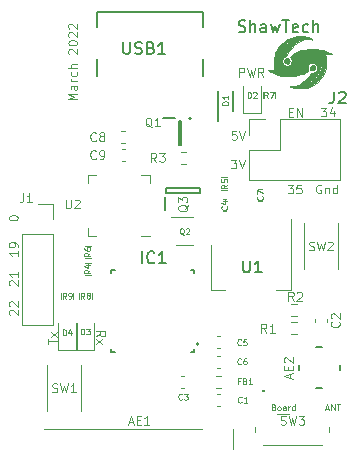
<source format=gbr>
%TF.GenerationSoftware,KiCad,Pcbnew,(6.0.1)*%
%TF.CreationDate,2022-03-08T02:05:38-07:00*%
%TF.ProjectId,ESP32-PICO-D4-BreakoutBoard,45535033-322d-4504-9943-4f2d44342d42,rev?*%
%TF.SameCoordinates,Original*%
%TF.FileFunction,Legend,Top*%
%TF.FilePolarity,Positive*%
%FSLAX46Y46*%
G04 Gerber Fmt 4.6, Leading zero omitted, Abs format (unit mm)*
G04 Created by KiCad (PCBNEW (6.0.1)) date 2022-03-08 02:05:38*
%MOMM*%
%LPD*%
G01*
G04 APERTURE LIST*
%ADD10C,0.075000*%
%ADD11C,0.120000*%
%ADD12C,0.100000*%
%ADD13C,0.150000*%
%ADD14C,0.200000*%
%ADD15C,0.127000*%
%ADD16C,0.080000*%
%ADD17C,0.010000*%
G04 APERTURE END LIST*
D10*
X136002380Y-120364285D02*
X136073809Y-120388095D01*
X136097619Y-120411904D01*
X136121428Y-120459523D01*
X136121428Y-120530952D01*
X136097619Y-120578571D01*
X136073809Y-120602380D01*
X136026190Y-120626190D01*
X135835714Y-120626190D01*
X135835714Y-120126190D01*
X136002380Y-120126190D01*
X136050000Y-120150000D01*
X136073809Y-120173809D01*
X136097619Y-120221428D01*
X136097619Y-120269047D01*
X136073809Y-120316666D01*
X136050000Y-120340476D01*
X136002380Y-120364285D01*
X135835714Y-120364285D01*
X136407142Y-120626190D02*
X136359523Y-120602380D01*
X136335714Y-120578571D01*
X136311904Y-120530952D01*
X136311904Y-120388095D01*
X136335714Y-120340476D01*
X136359523Y-120316666D01*
X136407142Y-120292857D01*
X136478571Y-120292857D01*
X136526190Y-120316666D01*
X136550000Y-120340476D01*
X136573809Y-120388095D01*
X136573809Y-120530952D01*
X136550000Y-120578571D01*
X136526190Y-120602380D01*
X136478571Y-120626190D01*
X136407142Y-120626190D01*
X137002380Y-120626190D02*
X137002380Y-120364285D01*
X136978571Y-120316666D01*
X136930952Y-120292857D01*
X136835714Y-120292857D01*
X136788095Y-120316666D01*
X137002380Y-120602380D02*
X136954761Y-120626190D01*
X136835714Y-120626190D01*
X136788095Y-120602380D01*
X136764285Y-120554761D01*
X136764285Y-120507142D01*
X136788095Y-120459523D01*
X136835714Y-120435714D01*
X136954761Y-120435714D01*
X137002380Y-120411904D01*
X137240476Y-120626190D02*
X137240476Y-120292857D01*
X137240476Y-120388095D02*
X137264285Y-120340476D01*
X137288095Y-120316666D01*
X137335714Y-120292857D01*
X137383333Y-120292857D01*
X137764285Y-120626190D02*
X137764285Y-120126190D01*
X137764285Y-120602380D02*
X137716666Y-120626190D01*
X137621428Y-120626190D01*
X137573809Y-120602380D01*
X137550000Y-120578571D01*
X137526190Y-120530952D01*
X137526190Y-120388095D01*
X137550000Y-120340476D01*
X137573809Y-120316666D01*
X137621428Y-120292857D01*
X137716666Y-120292857D01*
X137764285Y-120316666D01*
X140428571Y-120483333D02*
X140666666Y-120483333D01*
X140380952Y-120626190D02*
X140547619Y-120126190D01*
X140714285Y-120626190D01*
X140880952Y-120626190D02*
X140880952Y-120126190D01*
X141166666Y-120626190D01*
X141166666Y-120126190D01*
X141333333Y-120126190D02*
X141619047Y-120126190D01*
X141476190Y-120626190D02*
X141476190Y-120126190D01*
D11*
X116584022Y-122175000D02*
X129890000Y-122180000D01*
X132584022Y-122175000D02*
X132584022Y-123925000D01*
D12*
X120960714Y-114372142D02*
X121317857Y-114122142D01*
X120960714Y-113943571D02*
X121710714Y-113943571D01*
X121710714Y-114229285D01*
X121675000Y-114300714D01*
X121639285Y-114336428D01*
X121567857Y-114372142D01*
X121460714Y-114372142D01*
X121389285Y-114336428D01*
X121353571Y-114300714D01*
X121317857Y-114229285D01*
X121317857Y-113943571D01*
X120960714Y-114622142D02*
X121460714Y-115015000D01*
X121460714Y-114622142D02*
X120960714Y-115015000D01*
X132381164Y-99389285D02*
X132845450Y-99389285D01*
X132595450Y-99675000D01*
X132702593Y-99675000D01*
X132774022Y-99710714D01*
X132809736Y-99746428D01*
X132845450Y-99817857D01*
X132845450Y-99996428D01*
X132809736Y-100067857D01*
X132774022Y-100103571D01*
X132702593Y-100139285D01*
X132488307Y-100139285D01*
X132416879Y-100103571D01*
X132381164Y-100067857D01*
X133059736Y-99389285D02*
X133309736Y-100139285D01*
X133559736Y-99389285D01*
X139995450Y-101550000D02*
X139924022Y-101514285D01*
X139816879Y-101514285D01*
X139709736Y-101550000D01*
X139638307Y-101621428D01*
X139602593Y-101692857D01*
X139566879Y-101835714D01*
X139566879Y-101942857D01*
X139602593Y-102085714D01*
X139638307Y-102157142D01*
X139709736Y-102228571D01*
X139816879Y-102264285D01*
X139888307Y-102264285D01*
X139995450Y-102228571D01*
X140031164Y-102192857D01*
X140031164Y-101942857D01*
X139888307Y-101942857D01*
X140352593Y-101764285D02*
X140352593Y-102264285D01*
X140352593Y-101835714D02*
X140388307Y-101800000D01*
X140459736Y-101764285D01*
X140566879Y-101764285D01*
X140638307Y-101800000D01*
X140674022Y-101871428D01*
X140674022Y-102264285D01*
X141352593Y-102264285D02*
X141352593Y-101514285D01*
X141352593Y-102228571D02*
X141281164Y-102264285D01*
X141138307Y-102264285D01*
X141066879Y-102228571D01*
X141031164Y-102192857D01*
X140995450Y-102121428D01*
X140995450Y-101907142D01*
X141031164Y-101835714D01*
X141066879Y-101800000D01*
X141138307Y-101764285D01*
X141281164Y-101764285D01*
X141352593Y-101800000D01*
X132834736Y-96964285D02*
X132477593Y-96964285D01*
X132441879Y-97321428D01*
X132477593Y-97285714D01*
X132549022Y-97250000D01*
X132727593Y-97250000D01*
X132799022Y-97285714D01*
X132834736Y-97321428D01*
X132870450Y-97392857D01*
X132870450Y-97571428D01*
X132834736Y-97642857D01*
X132799022Y-97678571D01*
X132727593Y-97714285D01*
X132549022Y-97714285D01*
X132477593Y-97678571D01*
X132441879Y-97642857D01*
X133084736Y-96964285D02*
X133334736Y-97714285D01*
X133584736Y-96964285D01*
X137268571Y-95396428D02*
X137518571Y-95396428D01*
X137625714Y-95789285D02*
X137268571Y-95789285D01*
X137268571Y-95039285D01*
X137625714Y-95039285D01*
X137947142Y-95789285D02*
X137947142Y-95039285D01*
X138375714Y-95789285D01*
X138375714Y-95039285D01*
X133093571Y-92364285D02*
X133093571Y-91614285D01*
X133379285Y-91614285D01*
X133450714Y-91650000D01*
X133486428Y-91685714D01*
X133522142Y-91757142D01*
X133522142Y-91864285D01*
X133486428Y-91935714D01*
X133450714Y-91971428D01*
X133379285Y-92007142D01*
X133093571Y-92007142D01*
X133772142Y-91614285D02*
X133950714Y-92364285D01*
X134093571Y-91828571D01*
X134236428Y-92364285D01*
X134415000Y-91614285D01*
X135129285Y-92364285D02*
X134879285Y-92007142D01*
X134700714Y-92364285D02*
X134700714Y-91614285D01*
X134986428Y-91614285D01*
X135057857Y-91650000D01*
X135093571Y-91685714D01*
X135129285Y-91757142D01*
X135129285Y-91864285D01*
X135093571Y-91935714D01*
X135057857Y-91971428D01*
X134986428Y-92007142D01*
X134700714Y-92007142D01*
X116864285Y-114988571D02*
X116864285Y-114560000D01*
X117614285Y-114774285D02*
X116864285Y-114774285D01*
X117614285Y-114381428D02*
X117114285Y-113988571D01*
X117114285Y-114381428D02*
X117614285Y-113988571D01*
X139972142Y-94989285D02*
X140436428Y-94989285D01*
X140186428Y-95275000D01*
X140293571Y-95275000D01*
X140365000Y-95310714D01*
X140400714Y-95346428D01*
X140436428Y-95417857D01*
X140436428Y-95596428D01*
X140400714Y-95667857D01*
X140365000Y-95703571D01*
X140293571Y-95739285D01*
X140079285Y-95739285D01*
X140007857Y-95703571D01*
X139972142Y-95667857D01*
X141079285Y-95239285D02*
X141079285Y-95739285D01*
X140900714Y-94953571D02*
X140722142Y-95489285D01*
X141186428Y-95489285D01*
X113660714Y-110042142D02*
X113625000Y-110006428D01*
X113589285Y-109935000D01*
X113589285Y-109756428D01*
X113625000Y-109685000D01*
X113660714Y-109649285D01*
X113732142Y-109613571D01*
X113803571Y-109613571D01*
X113910714Y-109649285D01*
X114339285Y-110077857D01*
X114339285Y-109613571D01*
X114339285Y-108899285D02*
X114339285Y-109327857D01*
X114339285Y-109113571D02*
X113589285Y-109113571D01*
X113696428Y-109185000D01*
X113767857Y-109256428D01*
X113803571Y-109327857D01*
X137172142Y-101514285D02*
X137636428Y-101514285D01*
X137386428Y-101800000D01*
X137493571Y-101800000D01*
X137565000Y-101835714D01*
X137600714Y-101871428D01*
X137636428Y-101942857D01*
X137636428Y-102121428D01*
X137600714Y-102192857D01*
X137565000Y-102228571D01*
X137493571Y-102264285D01*
X137279285Y-102264285D01*
X137207857Y-102228571D01*
X137172142Y-102192857D01*
X138315000Y-101514285D02*
X137957857Y-101514285D01*
X137922142Y-101871428D01*
X137957857Y-101835714D01*
X138029285Y-101800000D01*
X138207857Y-101800000D01*
X138279285Y-101835714D01*
X138315000Y-101871428D01*
X138350714Y-101942857D01*
X138350714Y-102121428D01*
X138315000Y-102192857D01*
X138279285Y-102228571D01*
X138207857Y-102264285D01*
X138029285Y-102264285D01*
X137957857Y-102228571D01*
X137922142Y-102192857D01*
D13*
X133020238Y-88554761D02*
X133163095Y-88602380D01*
X133401190Y-88602380D01*
X133496428Y-88554761D01*
X133544047Y-88507142D01*
X133591666Y-88411904D01*
X133591666Y-88316666D01*
X133544047Y-88221428D01*
X133496428Y-88173809D01*
X133401190Y-88126190D01*
X133210714Y-88078571D01*
X133115476Y-88030952D01*
X133067857Y-87983333D01*
X133020238Y-87888095D01*
X133020238Y-87792857D01*
X133067857Y-87697619D01*
X133115476Y-87650000D01*
X133210714Y-87602380D01*
X133448809Y-87602380D01*
X133591666Y-87650000D01*
X134020238Y-88602380D02*
X134020238Y-87602380D01*
X134448809Y-88602380D02*
X134448809Y-88078571D01*
X134401190Y-87983333D01*
X134305952Y-87935714D01*
X134163095Y-87935714D01*
X134067857Y-87983333D01*
X134020238Y-88030952D01*
X135353571Y-88602380D02*
X135353571Y-88078571D01*
X135305952Y-87983333D01*
X135210714Y-87935714D01*
X135020238Y-87935714D01*
X134925000Y-87983333D01*
X135353571Y-88554761D02*
X135258333Y-88602380D01*
X135020238Y-88602380D01*
X134925000Y-88554761D01*
X134877380Y-88459523D01*
X134877380Y-88364285D01*
X134925000Y-88269047D01*
X135020238Y-88221428D01*
X135258333Y-88221428D01*
X135353571Y-88173809D01*
X135734523Y-87935714D02*
X135925000Y-88602380D01*
X136115476Y-88126190D01*
X136305952Y-88602380D01*
X136496428Y-87935714D01*
X136734523Y-87602380D02*
X137305952Y-87602380D01*
X137020238Y-88602380D02*
X137020238Y-87602380D01*
X138020238Y-88554761D02*
X137925000Y-88602380D01*
X137734523Y-88602380D01*
X137639285Y-88554761D01*
X137591666Y-88459523D01*
X137591666Y-88078571D01*
X137639285Y-87983333D01*
X137734523Y-87935714D01*
X137925000Y-87935714D01*
X138020238Y-87983333D01*
X138067857Y-88078571D01*
X138067857Y-88173809D01*
X137591666Y-88269047D01*
X138925000Y-88554761D02*
X138829761Y-88602380D01*
X138639285Y-88602380D01*
X138544047Y-88554761D01*
X138496428Y-88507142D01*
X138448809Y-88411904D01*
X138448809Y-88126190D01*
X138496428Y-88030952D01*
X138544047Y-87983333D01*
X138639285Y-87935714D01*
X138829761Y-87935714D01*
X138925000Y-87983333D01*
X139353571Y-88602380D02*
X139353571Y-87602380D01*
X139782142Y-88602380D02*
X139782142Y-88078571D01*
X139734523Y-87983333D01*
X139639285Y-87935714D01*
X139496428Y-87935714D01*
X139401190Y-87983333D01*
X139353571Y-88030952D01*
D12*
X119339285Y-94306428D02*
X118589285Y-94306428D01*
X119125000Y-94056428D01*
X118589285Y-93806428D01*
X119339285Y-93806428D01*
X119339285Y-93127857D02*
X118946428Y-93127857D01*
X118875000Y-93163571D01*
X118839285Y-93235000D01*
X118839285Y-93377857D01*
X118875000Y-93449285D01*
X119303571Y-93127857D02*
X119339285Y-93199285D01*
X119339285Y-93377857D01*
X119303571Y-93449285D01*
X119232142Y-93485000D01*
X119160714Y-93485000D01*
X119089285Y-93449285D01*
X119053571Y-93377857D01*
X119053571Y-93199285D01*
X119017857Y-93127857D01*
X119339285Y-92770714D02*
X118839285Y-92770714D01*
X118982142Y-92770714D02*
X118910714Y-92735000D01*
X118875000Y-92699285D01*
X118839285Y-92627857D01*
X118839285Y-92556428D01*
X119303571Y-91985000D02*
X119339285Y-92056428D01*
X119339285Y-92199285D01*
X119303571Y-92270714D01*
X119267857Y-92306428D01*
X119196428Y-92342142D01*
X118982142Y-92342142D01*
X118910714Y-92306428D01*
X118875000Y-92270714D01*
X118839285Y-92199285D01*
X118839285Y-92056428D01*
X118875000Y-91985000D01*
X119339285Y-91663571D02*
X118589285Y-91663571D01*
X119339285Y-91342142D02*
X118946428Y-91342142D01*
X118875000Y-91377857D01*
X118839285Y-91449285D01*
X118839285Y-91556428D01*
X118875000Y-91627857D01*
X118910714Y-91663571D01*
X118660714Y-90449285D02*
X118625000Y-90413571D01*
X118589285Y-90342142D01*
X118589285Y-90163571D01*
X118625000Y-90092142D01*
X118660714Y-90056428D01*
X118732142Y-90020714D01*
X118803571Y-90020714D01*
X118910714Y-90056428D01*
X119339285Y-90485000D01*
X119339285Y-90020714D01*
X118589285Y-89556428D02*
X118589285Y-89485000D01*
X118625000Y-89413571D01*
X118660714Y-89377857D01*
X118732142Y-89342142D01*
X118875000Y-89306428D01*
X119053571Y-89306428D01*
X119196428Y-89342142D01*
X119267857Y-89377857D01*
X119303571Y-89413571D01*
X119339285Y-89485000D01*
X119339285Y-89556428D01*
X119303571Y-89627857D01*
X119267857Y-89663571D01*
X119196428Y-89699285D01*
X119053571Y-89735000D01*
X118875000Y-89735000D01*
X118732142Y-89699285D01*
X118660714Y-89663571D01*
X118625000Y-89627857D01*
X118589285Y-89556428D01*
X118660714Y-89020714D02*
X118625000Y-88985000D01*
X118589285Y-88913571D01*
X118589285Y-88735000D01*
X118625000Y-88663571D01*
X118660714Y-88627857D01*
X118732142Y-88592142D01*
X118803571Y-88592142D01*
X118910714Y-88627857D01*
X119339285Y-89056428D01*
X119339285Y-88592142D01*
X118660714Y-88306428D02*
X118625000Y-88270714D01*
X118589285Y-88199285D01*
X118589285Y-88020714D01*
X118625000Y-87949285D01*
X118660714Y-87913571D01*
X118732142Y-87877857D01*
X118803571Y-87877857D01*
X118910714Y-87913571D01*
X119339285Y-88342142D01*
X119339285Y-87877857D01*
X114339285Y-107113571D02*
X114339285Y-107542142D01*
X114339285Y-107327857D02*
X113589285Y-107327857D01*
X113696428Y-107399285D01*
X113767857Y-107470714D01*
X113803571Y-107542142D01*
X114339285Y-106756428D02*
X114339285Y-106613571D01*
X114303571Y-106542142D01*
X114267857Y-106506428D01*
X114160714Y-106435000D01*
X114017857Y-106399285D01*
X113732142Y-106399285D01*
X113660714Y-106435000D01*
X113625000Y-106470714D01*
X113589285Y-106542142D01*
X113589285Y-106685000D01*
X113625000Y-106756428D01*
X113660714Y-106792142D01*
X113732142Y-106827857D01*
X113910714Y-106827857D01*
X113982142Y-106792142D01*
X114017857Y-106756428D01*
X114053571Y-106685000D01*
X114053571Y-106542142D01*
X114017857Y-106470714D01*
X113982142Y-106435000D01*
X113910714Y-106399285D01*
X113589285Y-104363571D02*
X113589285Y-104292142D01*
X113625000Y-104220714D01*
X113660714Y-104185000D01*
X113732142Y-104149285D01*
X113875000Y-104113571D01*
X114053571Y-104113571D01*
X114196428Y-104149285D01*
X114267857Y-104185000D01*
X114303571Y-104220714D01*
X114339285Y-104292142D01*
X114339285Y-104363571D01*
X114303571Y-104435000D01*
X114267857Y-104470714D01*
X114196428Y-104506428D01*
X114053571Y-104542142D01*
X113875000Y-104542142D01*
X113732142Y-104506428D01*
X113660714Y-104470714D01*
X113625000Y-104435000D01*
X113589285Y-104363571D01*
X113660714Y-112542142D02*
X113625000Y-112506428D01*
X113589285Y-112435000D01*
X113589285Y-112256428D01*
X113625000Y-112185000D01*
X113660714Y-112149285D01*
X113732142Y-112113571D01*
X113803571Y-112113571D01*
X113910714Y-112149285D01*
X114339285Y-112577857D01*
X114339285Y-112113571D01*
X113660714Y-111827857D02*
X113625000Y-111792142D01*
X113589285Y-111720714D01*
X113589285Y-111542142D01*
X113625000Y-111470714D01*
X113660714Y-111435000D01*
X113732142Y-111399285D01*
X113803571Y-111399285D01*
X113910714Y-111435000D01*
X114339285Y-111863571D01*
X114339285Y-111399285D01*
D10*
%TO.C,D1*%
X132151190Y-94744047D02*
X131651190Y-94744047D01*
X131651190Y-94625000D01*
X131675000Y-94553571D01*
X131722619Y-94505952D01*
X131770238Y-94482142D01*
X131865476Y-94458333D01*
X131936904Y-94458333D01*
X132032142Y-94482142D01*
X132079761Y-94505952D01*
X132127380Y-94553571D01*
X132151190Y-94625000D01*
X132151190Y-94744047D01*
X132151190Y-93982142D02*
X132151190Y-94267857D01*
X132151190Y-94125000D02*
X131651190Y-94125000D01*
X131722619Y-94172619D01*
X131770238Y-94220238D01*
X131794047Y-94267857D01*
D13*
%TO.C,IC1*%
X124846309Y-108167380D02*
X124846309Y-107167380D01*
X125893928Y-108072142D02*
X125846309Y-108119761D01*
X125703452Y-108167380D01*
X125608214Y-108167380D01*
X125465357Y-108119761D01*
X125370119Y-108024523D01*
X125322500Y-107929285D01*
X125274880Y-107738809D01*
X125274880Y-107595952D01*
X125322500Y-107405476D01*
X125370119Y-107310238D01*
X125465357Y-107215000D01*
X125608214Y-107167380D01*
X125703452Y-107167380D01*
X125846309Y-107215000D01*
X125893928Y-107262619D01*
X126846309Y-108167380D02*
X126274880Y-108167380D01*
X126560595Y-108167380D02*
X126560595Y-107167380D01*
X126465357Y-107310238D01*
X126370119Y-107405476D01*
X126274880Y-107453095D01*
D12*
%TO.C,Q1*%
X125678571Y-96660714D02*
X125607142Y-96625000D01*
X125535714Y-96553571D01*
X125428571Y-96446428D01*
X125357142Y-96410714D01*
X125285714Y-96410714D01*
X125321428Y-96589285D02*
X125250000Y-96553571D01*
X125178571Y-96482142D01*
X125142857Y-96339285D01*
X125142857Y-96089285D01*
X125178571Y-95946428D01*
X125250000Y-95875000D01*
X125321428Y-95839285D01*
X125464285Y-95839285D01*
X125535714Y-95875000D01*
X125607142Y-95946428D01*
X125642857Y-96089285D01*
X125642857Y-96339285D01*
X125607142Y-96482142D01*
X125535714Y-96553571D01*
X125464285Y-96589285D01*
X125321428Y-96589285D01*
X126357142Y-96589285D02*
X125928571Y-96589285D01*
X126142857Y-96589285D02*
X126142857Y-95839285D01*
X126071428Y-95946428D01*
X126000000Y-96017857D01*
X125928571Y-96053571D01*
%TO.C,R2*%
X137675000Y-111339285D02*
X137425000Y-110982142D01*
X137246428Y-111339285D02*
X137246428Y-110589285D01*
X137532142Y-110589285D01*
X137603571Y-110625000D01*
X137639285Y-110660714D01*
X137675000Y-110732142D01*
X137675000Y-110839285D01*
X137639285Y-110910714D01*
X137603571Y-110946428D01*
X137532142Y-110982142D01*
X137246428Y-110982142D01*
X137960714Y-110660714D02*
X137996428Y-110625000D01*
X138067857Y-110589285D01*
X138246428Y-110589285D01*
X138317857Y-110625000D01*
X138353571Y-110660714D01*
X138389285Y-110732142D01*
X138389285Y-110803571D01*
X138353571Y-110910714D01*
X137925000Y-111339285D01*
X138389285Y-111339285D01*
D10*
%TO.C,C3*%
X128226666Y-119678571D02*
X128202857Y-119702380D01*
X128131428Y-119726190D01*
X128083809Y-119726190D01*
X128012380Y-119702380D01*
X127964761Y-119654761D01*
X127940952Y-119607142D01*
X127917142Y-119511904D01*
X127917142Y-119440476D01*
X127940952Y-119345238D01*
X127964761Y-119297619D01*
X128012380Y-119250000D01*
X128083809Y-119226190D01*
X128131428Y-119226190D01*
X128202857Y-119250000D01*
X128226666Y-119273809D01*
X128393333Y-119226190D02*
X128702857Y-119226190D01*
X128536190Y-119416666D01*
X128607619Y-119416666D01*
X128655238Y-119440476D01*
X128679047Y-119464285D01*
X128702857Y-119511904D01*
X128702857Y-119630952D01*
X128679047Y-119678571D01*
X128655238Y-119702380D01*
X128607619Y-119726190D01*
X128464761Y-119726190D01*
X128417142Y-119702380D01*
X128393333Y-119678571D01*
%TO.C,R8*%
X119966666Y-111176190D02*
X119800000Y-110938095D01*
X119680952Y-111176190D02*
X119680952Y-110676190D01*
X119871428Y-110676190D01*
X119919047Y-110700000D01*
X119942857Y-110723809D01*
X119966666Y-110771428D01*
X119966666Y-110842857D01*
X119942857Y-110890476D01*
X119919047Y-110914285D01*
X119871428Y-110938095D01*
X119680952Y-110938095D01*
X120252380Y-110890476D02*
X120204761Y-110866666D01*
X120180952Y-110842857D01*
X120157142Y-110795238D01*
X120157142Y-110771428D01*
X120180952Y-110723809D01*
X120204761Y-110700000D01*
X120252380Y-110676190D01*
X120347619Y-110676190D01*
X120395238Y-110700000D01*
X120419047Y-110723809D01*
X120442857Y-110771428D01*
X120442857Y-110795238D01*
X120419047Y-110842857D01*
X120395238Y-110866666D01*
X120347619Y-110890476D01*
X120252380Y-110890476D01*
X120204761Y-110914285D01*
X120180952Y-110938095D01*
X120157142Y-110985714D01*
X120157142Y-111080952D01*
X120180952Y-111128571D01*
X120204761Y-111152380D01*
X120252380Y-111176190D01*
X120347619Y-111176190D01*
X120395238Y-111152380D01*
X120419047Y-111128571D01*
X120442857Y-111080952D01*
X120442857Y-110985714D01*
X120419047Y-110938095D01*
X120395238Y-110914285D01*
X120347619Y-110890476D01*
D12*
%TO.C,C2*%
X141517857Y-113125000D02*
X141553571Y-113160714D01*
X141589285Y-113267857D01*
X141589285Y-113339285D01*
X141553571Y-113446428D01*
X141482142Y-113517857D01*
X141410714Y-113553571D01*
X141267857Y-113589285D01*
X141160714Y-113589285D01*
X141017857Y-113553571D01*
X140946428Y-113517857D01*
X140875000Y-113446428D01*
X140839285Y-113339285D01*
X140839285Y-113267857D01*
X140875000Y-113160714D01*
X140910714Y-113125000D01*
X140910714Y-112839285D02*
X140875000Y-112803571D01*
X140839285Y-112732142D01*
X140839285Y-112553571D01*
X140875000Y-112482142D01*
X140910714Y-112446428D01*
X140982142Y-112410714D01*
X141053571Y-112410714D01*
X141160714Y-112446428D01*
X141589285Y-112875000D01*
X141589285Y-112410714D01*
%TO.C,Q3*%
X128750714Y-103221428D02*
X128715000Y-103292857D01*
X128643571Y-103364285D01*
X128536428Y-103471428D01*
X128500714Y-103542857D01*
X128500714Y-103614285D01*
X128679285Y-103578571D02*
X128643571Y-103650000D01*
X128572142Y-103721428D01*
X128429285Y-103757142D01*
X128179285Y-103757142D01*
X128036428Y-103721428D01*
X127965000Y-103650000D01*
X127929285Y-103578571D01*
X127929285Y-103435714D01*
X127965000Y-103364285D01*
X128036428Y-103292857D01*
X128179285Y-103257142D01*
X128429285Y-103257142D01*
X128572142Y-103292857D01*
X128643571Y-103364285D01*
X128679285Y-103435714D01*
X128679285Y-103578571D01*
X127929285Y-103007142D02*
X127929285Y-102542857D01*
X128215000Y-102792857D01*
X128215000Y-102685714D01*
X128250714Y-102614285D01*
X128286428Y-102578571D01*
X128357857Y-102542857D01*
X128536428Y-102542857D01*
X128607857Y-102578571D01*
X128643571Y-102614285D01*
X128679285Y-102685714D01*
X128679285Y-102900000D01*
X128643571Y-102971428D01*
X128607857Y-103007142D01*
D10*
%TO.C,D4*%
X118130952Y-114276190D02*
X118130952Y-113776190D01*
X118250000Y-113776190D01*
X118321428Y-113800000D01*
X118369047Y-113847619D01*
X118392857Y-113895238D01*
X118416666Y-113990476D01*
X118416666Y-114061904D01*
X118392857Y-114157142D01*
X118369047Y-114204761D01*
X118321428Y-114252380D01*
X118250000Y-114276190D01*
X118130952Y-114276190D01*
X118845238Y-113942857D02*
X118845238Y-114276190D01*
X118726190Y-113752380D02*
X118607142Y-114109523D01*
X118916666Y-114109523D01*
D12*
%TO.C,SW2*%
X139000000Y-107053571D02*
X139107142Y-107089285D01*
X139285714Y-107089285D01*
X139357142Y-107053571D01*
X139392857Y-107017857D01*
X139428571Y-106946428D01*
X139428571Y-106875000D01*
X139392857Y-106803571D01*
X139357142Y-106767857D01*
X139285714Y-106732142D01*
X139142857Y-106696428D01*
X139071428Y-106660714D01*
X139035714Y-106625000D01*
X139000000Y-106553571D01*
X139000000Y-106482142D01*
X139035714Y-106410714D01*
X139071428Y-106375000D01*
X139142857Y-106339285D01*
X139321428Y-106339285D01*
X139428571Y-106375000D01*
X139678571Y-106339285D02*
X139857142Y-107089285D01*
X140000000Y-106553571D01*
X140142857Y-107089285D01*
X140321428Y-106339285D01*
X140571428Y-106410714D02*
X140607142Y-106375000D01*
X140678571Y-106339285D01*
X140857142Y-106339285D01*
X140928571Y-106375000D01*
X140964285Y-106410714D01*
X141000000Y-106482142D01*
X141000000Y-106553571D01*
X140964285Y-106660714D01*
X140535714Y-107089285D01*
X141000000Y-107089285D01*
%TO.C,AE2*%
X137375000Y-117875000D02*
X137375000Y-117517857D01*
X137589285Y-117946428D02*
X136839285Y-117696428D01*
X137589285Y-117446428D01*
X137196428Y-117196428D02*
X137196428Y-116946428D01*
X137589285Y-116839285D02*
X137589285Y-117196428D01*
X136839285Y-117196428D01*
X136839285Y-116839285D01*
X136910714Y-116553571D02*
X136875000Y-116517857D01*
X136839285Y-116446428D01*
X136839285Y-116267857D01*
X136875000Y-116196428D01*
X136910714Y-116160714D01*
X136982142Y-116125000D01*
X137053571Y-116125000D01*
X137160714Y-116160714D01*
X137589285Y-116589285D01*
X137589285Y-116125000D01*
%TO.C,R1*%
X135384022Y-114039285D02*
X135134022Y-113682142D01*
X134955450Y-114039285D02*
X134955450Y-113289285D01*
X135241164Y-113289285D01*
X135312593Y-113325000D01*
X135348307Y-113360714D01*
X135384022Y-113432142D01*
X135384022Y-113539285D01*
X135348307Y-113610714D01*
X135312593Y-113646428D01*
X135241164Y-113682142D01*
X134955450Y-113682142D01*
X136098307Y-114039285D02*
X135669736Y-114039285D01*
X135884022Y-114039285D02*
X135884022Y-113289285D01*
X135812593Y-113396428D01*
X135741164Y-113467857D01*
X135669736Y-113503571D01*
D10*
%TO.C,Q2*%
X128402380Y-105763809D02*
X128354761Y-105740000D01*
X128307142Y-105692380D01*
X128235714Y-105620952D01*
X128188095Y-105597142D01*
X128140476Y-105597142D01*
X128164285Y-105716190D02*
X128116666Y-105692380D01*
X128069047Y-105644761D01*
X128045238Y-105549523D01*
X128045238Y-105382857D01*
X128069047Y-105287619D01*
X128116666Y-105240000D01*
X128164285Y-105216190D01*
X128259523Y-105216190D01*
X128307142Y-105240000D01*
X128354761Y-105287619D01*
X128378571Y-105382857D01*
X128378571Y-105549523D01*
X128354761Y-105644761D01*
X128307142Y-105692380D01*
X128259523Y-105716190D01*
X128164285Y-105716190D01*
X128569047Y-105263809D02*
X128592857Y-105240000D01*
X128640476Y-105216190D01*
X128759523Y-105216190D01*
X128807142Y-105240000D01*
X128830952Y-105263809D01*
X128854761Y-105311428D01*
X128854761Y-105359047D01*
X128830952Y-105430476D01*
X128545238Y-105716190D01*
X128854761Y-105716190D01*
D12*
%TO.C,C9*%
X120945000Y-99277857D02*
X120909285Y-99313571D01*
X120802142Y-99349285D01*
X120730714Y-99349285D01*
X120623571Y-99313571D01*
X120552142Y-99242142D01*
X120516428Y-99170714D01*
X120480714Y-99027857D01*
X120480714Y-98920714D01*
X120516428Y-98777857D01*
X120552142Y-98706428D01*
X120623571Y-98635000D01*
X120730714Y-98599285D01*
X120802142Y-98599285D01*
X120909285Y-98635000D01*
X120945000Y-98670714D01*
X121302142Y-99349285D02*
X121445000Y-99349285D01*
X121516428Y-99313571D01*
X121552142Y-99277857D01*
X121623571Y-99170714D01*
X121659285Y-99027857D01*
X121659285Y-98742142D01*
X121623571Y-98670714D01*
X121587857Y-98635000D01*
X121516428Y-98599285D01*
X121373571Y-98599285D01*
X121302142Y-98635000D01*
X121266428Y-98670714D01*
X121230714Y-98742142D01*
X121230714Y-98920714D01*
X121266428Y-98992142D01*
X121302142Y-99027857D01*
X121373571Y-99063571D01*
X121516428Y-99063571D01*
X121587857Y-99027857D01*
X121623571Y-98992142D01*
X121659285Y-98920714D01*
D10*
%TO.C,R5*%
X132060212Y-101508333D02*
X131822117Y-101675000D01*
X132060212Y-101794047D02*
X131560212Y-101794047D01*
X131560212Y-101603571D01*
X131584022Y-101555952D01*
X131607831Y-101532142D01*
X131655450Y-101508333D01*
X131726879Y-101508333D01*
X131774498Y-101532142D01*
X131798307Y-101555952D01*
X131822117Y-101603571D01*
X131822117Y-101794047D01*
X131560212Y-101055952D02*
X131560212Y-101294047D01*
X131798307Y-101317857D01*
X131774498Y-101294047D01*
X131750688Y-101246428D01*
X131750688Y-101127380D01*
X131774498Y-101079761D01*
X131798307Y-101055952D01*
X131845926Y-101032142D01*
X131964974Y-101032142D01*
X132012593Y-101055952D01*
X132036402Y-101079761D01*
X132060212Y-101127380D01*
X132060212Y-101246428D01*
X132036402Y-101294047D01*
X132012593Y-101317857D01*
%TO.C,C5*%
X133226666Y-115053571D02*
X133202857Y-115077380D01*
X133131428Y-115101190D01*
X133083809Y-115101190D01*
X133012380Y-115077380D01*
X132964761Y-115029761D01*
X132940952Y-114982142D01*
X132917142Y-114886904D01*
X132917142Y-114815476D01*
X132940952Y-114720238D01*
X132964761Y-114672619D01*
X133012380Y-114625000D01*
X133083809Y-114601190D01*
X133131428Y-114601190D01*
X133202857Y-114625000D01*
X133226666Y-114648809D01*
X133679047Y-114601190D02*
X133440952Y-114601190D01*
X133417142Y-114839285D01*
X133440952Y-114815476D01*
X133488571Y-114791666D01*
X133607619Y-114791666D01*
X133655238Y-114815476D01*
X133679047Y-114839285D01*
X133702857Y-114886904D01*
X133702857Y-115005952D01*
X133679047Y-115053571D01*
X133655238Y-115077380D01*
X133607619Y-115101190D01*
X133488571Y-115101190D01*
X133440952Y-115077380D01*
X133417142Y-115053571D01*
D12*
%TO.C,J1*%
X114775000Y-102264285D02*
X114775000Y-102800000D01*
X114739285Y-102907142D01*
X114667857Y-102978571D01*
X114560714Y-103014285D01*
X114489285Y-103014285D01*
X115525000Y-103014285D02*
X115096428Y-103014285D01*
X115310714Y-103014285D02*
X115310714Y-102264285D01*
X115239285Y-102371428D01*
X115167857Y-102442857D01*
X115096428Y-102478571D01*
D10*
%TO.C,R4*%
X120476190Y-108733333D02*
X120238095Y-108900000D01*
X120476190Y-109019047D02*
X119976190Y-109019047D01*
X119976190Y-108828571D01*
X120000000Y-108780952D01*
X120023809Y-108757142D01*
X120071428Y-108733333D01*
X120142857Y-108733333D01*
X120190476Y-108757142D01*
X120214285Y-108780952D01*
X120238095Y-108828571D01*
X120238095Y-109019047D01*
X120142857Y-108304761D02*
X120476190Y-108304761D01*
X119952380Y-108423809D02*
X120309523Y-108542857D01*
X120309523Y-108233333D01*
D12*
%TO.C,U2*%
X118398571Y-102779285D02*
X118398571Y-103386428D01*
X118434285Y-103457857D01*
X118470000Y-103493571D01*
X118541428Y-103529285D01*
X118684285Y-103529285D01*
X118755714Y-103493571D01*
X118791428Y-103457857D01*
X118827142Y-103386428D01*
X118827142Y-102779285D01*
X119148571Y-102850714D02*
X119184285Y-102815000D01*
X119255714Y-102779285D01*
X119434285Y-102779285D01*
X119505714Y-102815000D01*
X119541428Y-102850714D01*
X119577142Y-102922142D01*
X119577142Y-102993571D01*
X119541428Y-103100714D01*
X119112857Y-103529285D01*
X119577142Y-103529285D01*
D10*
%TO.C,C6*%
X133226666Y-116678571D02*
X133202857Y-116702380D01*
X133131428Y-116726190D01*
X133083809Y-116726190D01*
X133012380Y-116702380D01*
X132964761Y-116654761D01*
X132940952Y-116607142D01*
X132917142Y-116511904D01*
X132917142Y-116440476D01*
X132940952Y-116345238D01*
X132964761Y-116297619D01*
X133012380Y-116250000D01*
X133083809Y-116226190D01*
X133131428Y-116226190D01*
X133202857Y-116250000D01*
X133226666Y-116273809D01*
X133655238Y-116226190D02*
X133560000Y-116226190D01*
X133512380Y-116250000D01*
X133488571Y-116273809D01*
X133440952Y-116345238D01*
X133417142Y-116440476D01*
X133417142Y-116630952D01*
X133440952Y-116678571D01*
X133464761Y-116702380D01*
X133512380Y-116726190D01*
X133607619Y-116726190D01*
X133655238Y-116702380D01*
X133679047Y-116678571D01*
X133702857Y-116630952D01*
X133702857Y-116511904D01*
X133679047Y-116464285D01*
X133655238Y-116440476D01*
X133607619Y-116416666D01*
X133512380Y-116416666D01*
X133464761Y-116440476D01*
X133440952Y-116464285D01*
X133417142Y-116511904D01*
D12*
%TO.C,SW1*%
X117250000Y-119053571D02*
X117357142Y-119089285D01*
X117535714Y-119089285D01*
X117607142Y-119053571D01*
X117642857Y-119017857D01*
X117678571Y-118946428D01*
X117678571Y-118875000D01*
X117642857Y-118803571D01*
X117607142Y-118767857D01*
X117535714Y-118732142D01*
X117392857Y-118696428D01*
X117321428Y-118660714D01*
X117285714Y-118625000D01*
X117250000Y-118553571D01*
X117250000Y-118482142D01*
X117285714Y-118410714D01*
X117321428Y-118375000D01*
X117392857Y-118339285D01*
X117571428Y-118339285D01*
X117678571Y-118375000D01*
X117928571Y-118339285D02*
X118107142Y-119089285D01*
X118250000Y-118553571D01*
X118392857Y-119089285D01*
X118571428Y-118339285D01*
X119250000Y-119089285D02*
X118821428Y-119089285D01*
X119035714Y-119089285D02*
X119035714Y-118339285D01*
X118964285Y-118446428D01*
X118892857Y-118517857D01*
X118821428Y-118553571D01*
D10*
%TO.C,C7*%
X135037593Y-102508333D02*
X135061402Y-102532142D01*
X135085212Y-102603571D01*
X135085212Y-102651190D01*
X135061402Y-102722619D01*
X135013783Y-102770238D01*
X134966164Y-102794047D01*
X134870926Y-102817857D01*
X134799498Y-102817857D01*
X134704260Y-102794047D01*
X134656641Y-102770238D01*
X134609022Y-102722619D01*
X134585212Y-102651190D01*
X134585212Y-102603571D01*
X134609022Y-102532142D01*
X134632831Y-102508333D01*
X134585212Y-102341666D02*
X134585212Y-102008333D01*
X135085212Y-102222619D01*
%TO.C,D3*%
X119680952Y-114196190D02*
X119680952Y-113696190D01*
X119800000Y-113696190D01*
X119871428Y-113720000D01*
X119919047Y-113767619D01*
X119942857Y-113815238D01*
X119966666Y-113910476D01*
X119966666Y-113981904D01*
X119942857Y-114077142D01*
X119919047Y-114124761D01*
X119871428Y-114172380D01*
X119800000Y-114196190D01*
X119680952Y-114196190D01*
X120133333Y-113696190D02*
X120442857Y-113696190D01*
X120276190Y-113886666D01*
X120347619Y-113886666D01*
X120395238Y-113910476D01*
X120419047Y-113934285D01*
X120442857Y-113981904D01*
X120442857Y-114100952D01*
X120419047Y-114148571D01*
X120395238Y-114172380D01*
X120347619Y-114196190D01*
X120204761Y-114196190D01*
X120157142Y-114172380D01*
X120133333Y-114148571D01*
D12*
%TO.C,AE1*%
X123709022Y-121625000D02*
X124066164Y-121625000D01*
X123637593Y-121839285D02*
X123887593Y-121089285D01*
X124137593Y-121839285D01*
X124387593Y-121446428D02*
X124637593Y-121446428D01*
X124744736Y-121839285D02*
X124387593Y-121839285D01*
X124387593Y-121089285D01*
X124744736Y-121089285D01*
X125459022Y-121839285D02*
X125030450Y-121839285D01*
X125244736Y-121839285D02*
X125244736Y-121089285D01*
X125173307Y-121196428D01*
X125101879Y-121267857D01*
X125030450Y-121303571D01*
D10*
%TO.C,R6*%
X120476190Y-107283333D02*
X120238095Y-107450000D01*
X120476190Y-107569047D02*
X119976190Y-107569047D01*
X119976190Y-107378571D01*
X120000000Y-107330952D01*
X120023809Y-107307142D01*
X120071428Y-107283333D01*
X120142857Y-107283333D01*
X120190476Y-107307142D01*
X120214285Y-107330952D01*
X120238095Y-107378571D01*
X120238095Y-107569047D01*
X119976190Y-106854761D02*
X119976190Y-106950000D01*
X120000000Y-106997619D01*
X120023809Y-107021428D01*
X120095238Y-107069047D01*
X120190476Y-107092857D01*
X120380952Y-107092857D01*
X120428571Y-107069047D01*
X120452380Y-107045238D01*
X120476190Y-106997619D01*
X120476190Y-106902380D01*
X120452380Y-106854761D01*
X120428571Y-106830952D01*
X120380952Y-106807142D01*
X120261904Y-106807142D01*
X120214285Y-106830952D01*
X120190476Y-106854761D01*
X120166666Y-106902380D01*
X120166666Y-106997619D01*
X120190476Y-107045238D01*
X120214285Y-107069047D01*
X120261904Y-107092857D01*
D12*
%TO.C,SW3*%
X136580000Y-121803571D02*
X136687142Y-121839285D01*
X136865714Y-121839285D01*
X136937142Y-121803571D01*
X136972857Y-121767857D01*
X137008571Y-121696428D01*
X137008571Y-121625000D01*
X136972857Y-121553571D01*
X136937142Y-121517857D01*
X136865714Y-121482142D01*
X136722857Y-121446428D01*
X136651428Y-121410714D01*
X136615714Y-121375000D01*
X136580000Y-121303571D01*
X136580000Y-121232142D01*
X136615714Y-121160714D01*
X136651428Y-121125000D01*
X136722857Y-121089285D01*
X136901428Y-121089285D01*
X137008571Y-121125000D01*
X137258571Y-121089285D02*
X137437142Y-121839285D01*
X137580000Y-121303571D01*
X137722857Y-121839285D01*
X137901428Y-121089285D01*
X138115714Y-121089285D02*
X138580000Y-121089285D01*
X138330000Y-121375000D01*
X138437142Y-121375000D01*
X138508571Y-121410714D01*
X138544285Y-121446428D01*
X138580000Y-121517857D01*
X138580000Y-121696428D01*
X138544285Y-121767857D01*
X138508571Y-121803571D01*
X138437142Y-121839285D01*
X138222857Y-121839285D01*
X138151428Y-121803571D01*
X138115714Y-121767857D01*
%TO.C,C8*%
X120945000Y-97767857D02*
X120909285Y-97803571D01*
X120802142Y-97839285D01*
X120730714Y-97839285D01*
X120623571Y-97803571D01*
X120552142Y-97732142D01*
X120516428Y-97660714D01*
X120480714Y-97517857D01*
X120480714Y-97410714D01*
X120516428Y-97267857D01*
X120552142Y-97196428D01*
X120623571Y-97125000D01*
X120730714Y-97089285D01*
X120802142Y-97089285D01*
X120909285Y-97125000D01*
X120945000Y-97160714D01*
X121373571Y-97410714D02*
X121302142Y-97375000D01*
X121266428Y-97339285D01*
X121230714Y-97267857D01*
X121230714Y-97232142D01*
X121266428Y-97160714D01*
X121302142Y-97125000D01*
X121373571Y-97089285D01*
X121516428Y-97089285D01*
X121587857Y-97125000D01*
X121623571Y-97160714D01*
X121659285Y-97232142D01*
X121659285Y-97267857D01*
X121623571Y-97339285D01*
X121587857Y-97375000D01*
X121516428Y-97410714D01*
X121373571Y-97410714D01*
X121302142Y-97446428D01*
X121266428Y-97482142D01*
X121230714Y-97553571D01*
X121230714Y-97696428D01*
X121266428Y-97767857D01*
X121302142Y-97803571D01*
X121373571Y-97839285D01*
X121516428Y-97839285D01*
X121587857Y-97803571D01*
X121623571Y-97767857D01*
X121659285Y-97696428D01*
X121659285Y-97553571D01*
X121623571Y-97482142D01*
X121587857Y-97446428D01*
X121516428Y-97410714D01*
D10*
%TO.C,R7*%
X135491666Y-94176190D02*
X135325000Y-93938095D01*
X135205952Y-94176190D02*
X135205952Y-93676190D01*
X135396428Y-93676190D01*
X135444047Y-93700000D01*
X135467857Y-93723809D01*
X135491666Y-93771428D01*
X135491666Y-93842857D01*
X135467857Y-93890476D01*
X135444047Y-93914285D01*
X135396428Y-93938095D01*
X135205952Y-93938095D01*
X135658333Y-93676190D02*
X135991666Y-93676190D01*
X135777380Y-94176190D01*
D12*
%TO.C,R3*%
X126059022Y-99589285D02*
X125809022Y-99232142D01*
X125630450Y-99589285D02*
X125630450Y-98839285D01*
X125916164Y-98839285D01*
X125987593Y-98875000D01*
X126023307Y-98910714D01*
X126059022Y-98982142D01*
X126059022Y-99089285D01*
X126023307Y-99160714D01*
X125987593Y-99196428D01*
X125916164Y-99232142D01*
X125630450Y-99232142D01*
X126309022Y-98839285D02*
X126773307Y-98839285D01*
X126523307Y-99125000D01*
X126630450Y-99125000D01*
X126701879Y-99160714D01*
X126737593Y-99196428D01*
X126773307Y-99267857D01*
X126773307Y-99446428D01*
X126737593Y-99517857D01*
X126701879Y-99553571D01*
X126630450Y-99589285D01*
X126416164Y-99589285D01*
X126344736Y-99553571D01*
X126309022Y-99517857D01*
D10*
%TO.C,FB1*%
X133143333Y-118154285D02*
X132976666Y-118154285D01*
X132976666Y-118416190D02*
X132976666Y-117916190D01*
X133214761Y-117916190D01*
X133571904Y-118154285D02*
X133643333Y-118178095D01*
X133667142Y-118201904D01*
X133690952Y-118249523D01*
X133690952Y-118320952D01*
X133667142Y-118368571D01*
X133643333Y-118392380D01*
X133595714Y-118416190D01*
X133405238Y-118416190D01*
X133405238Y-117916190D01*
X133571904Y-117916190D01*
X133619523Y-117940000D01*
X133643333Y-117963809D01*
X133667142Y-118011428D01*
X133667142Y-118059047D01*
X133643333Y-118106666D01*
X133619523Y-118130476D01*
X133571904Y-118154285D01*
X133405238Y-118154285D01*
X134167142Y-118416190D02*
X133881428Y-118416190D01*
X134024285Y-118416190D02*
X134024285Y-117916190D01*
X133976666Y-117987619D01*
X133929047Y-118035238D01*
X133881428Y-118059047D01*
%TO.C,D2*%
X133780952Y-94176190D02*
X133780952Y-93676190D01*
X133900000Y-93676190D01*
X133971428Y-93700000D01*
X134019047Y-93747619D01*
X134042857Y-93795238D01*
X134066666Y-93890476D01*
X134066666Y-93961904D01*
X134042857Y-94057142D01*
X134019047Y-94104761D01*
X133971428Y-94152380D01*
X133900000Y-94176190D01*
X133780952Y-94176190D01*
X134257142Y-93723809D02*
X134280952Y-93700000D01*
X134328571Y-93676190D01*
X134447619Y-93676190D01*
X134495238Y-93700000D01*
X134519047Y-93723809D01*
X134542857Y-93771428D01*
X134542857Y-93819047D01*
X134519047Y-93890476D01*
X134233333Y-94176190D01*
X134542857Y-94176190D01*
D13*
%TO.C,J2*%
X141096666Y-93642380D02*
X141096666Y-94356666D01*
X141049047Y-94499523D01*
X140953809Y-94594761D01*
X140810952Y-94642380D01*
X140715714Y-94642380D01*
X141525238Y-93737619D02*
X141572857Y-93690000D01*
X141668095Y-93642380D01*
X141906190Y-93642380D01*
X142001428Y-93690000D01*
X142049047Y-93737619D01*
X142096666Y-93832857D01*
X142096666Y-93928095D01*
X142049047Y-94070952D01*
X141477619Y-94642380D01*
X142096666Y-94642380D01*
%TO.C,U1*%
X133397117Y-107952380D02*
X133397117Y-108761904D01*
X133444736Y-108857142D01*
X133492355Y-108904761D01*
X133587593Y-108952380D01*
X133778069Y-108952380D01*
X133873307Y-108904761D01*
X133920926Y-108857142D01*
X133968545Y-108761904D01*
X133968545Y-107952380D01*
X134968545Y-108952380D02*
X134397117Y-108952380D01*
X134682831Y-108952380D02*
X134682831Y-107952380D01*
X134587593Y-108095238D01*
X134492355Y-108190476D01*
X134397117Y-108238095D01*
%TO.C,USB1*%
X123261904Y-89452380D02*
X123261904Y-90261904D01*
X123309523Y-90357142D01*
X123357142Y-90404761D01*
X123452380Y-90452380D01*
X123642857Y-90452380D01*
X123738095Y-90404761D01*
X123785714Y-90357142D01*
X123833333Y-90261904D01*
X123833333Y-89452380D01*
X124261904Y-90404761D02*
X124404761Y-90452380D01*
X124642857Y-90452380D01*
X124738095Y-90404761D01*
X124785714Y-90357142D01*
X124833333Y-90261904D01*
X124833333Y-90166666D01*
X124785714Y-90071428D01*
X124738095Y-90023809D01*
X124642857Y-89976190D01*
X124452380Y-89928571D01*
X124357142Y-89880952D01*
X124309523Y-89833333D01*
X124261904Y-89738095D01*
X124261904Y-89642857D01*
X124309523Y-89547619D01*
X124357142Y-89500000D01*
X124452380Y-89452380D01*
X124690476Y-89452380D01*
X124833333Y-89500000D01*
X125595238Y-89928571D02*
X125738095Y-89976190D01*
X125785714Y-90023809D01*
X125833333Y-90119047D01*
X125833333Y-90261904D01*
X125785714Y-90357142D01*
X125738095Y-90404761D01*
X125642857Y-90452380D01*
X125261904Y-90452380D01*
X125261904Y-89452380D01*
X125595238Y-89452380D01*
X125690476Y-89500000D01*
X125738095Y-89547619D01*
X125785714Y-89642857D01*
X125785714Y-89738095D01*
X125738095Y-89833333D01*
X125690476Y-89880952D01*
X125595238Y-89928571D01*
X125261904Y-89928571D01*
X126785714Y-90452380D02*
X126214285Y-90452380D01*
X126500000Y-90452380D02*
X126500000Y-89452380D01*
X126404761Y-89595238D01*
X126309523Y-89690476D01*
X126214285Y-89738095D01*
D10*
%TO.C,R9*%
X118416666Y-111176190D02*
X118250000Y-110938095D01*
X118130952Y-111176190D02*
X118130952Y-110676190D01*
X118321428Y-110676190D01*
X118369047Y-110700000D01*
X118392857Y-110723809D01*
X118416666Y-110771428D01*
X118416666Y-110842857D01*
X118392857Y-110890476D01*
X118369047Y-110914285D01*
X118321428Y-110938095D01*
X118130952Y-110938095D01*
X118654761Y-111176190D02*
X118750000Y-111176190D01*
X118797619Y-111152380D01*
X118821428Y-111128571D01*
X118869047Y-111057142D01*
X118892857Y-110961904D01*
X118892857Y-110771428D01*
X118869047Y-110723809D01*
X118845238Y-110700000D01*
X118797619Y-110676190D01*
X118702380Y-110676190D01*
X118654761Y-110700000D01*
X118630952Y-110723809D01*
X118607142Y-110771428D01*
X118607142Y-110890476D01*
X118630952Y-110938095D01*
X118654761Y-110961904D01*
X118702380Y-110985714D01*
X118797619Y-110985714D01*
X118845238Y-110961904D01*
X118869047Y-110938095D01*
X118892857Y-110890476D01*
%TO.C,C4*%
X132008571Y-103343333D02*
X132032380Y-103367142D01*
X132056190Y-103438571D01*
X132056190Y-103486190D01*
X132032380Y-103557619D01*
X131984761Y-103605238D01*
X131937142Y-103629047D01*
X131841904Y-103652857D01*
X131770476Y-103652857D01*
X131675238Y-103629047D01*
X131627619Y-103605238D01*
X131580000Y-103557619D01*
X131556190Y-103486190D01*
X131556190Y-103438571D01*
X131580000Y-103367142D01*
X131603809Y-103343333D01*
X131722857Y-102914761D02*
X132056190Y-102914761D01*
X131532380Y-103033809D02*
X131889523Y-103152857D01*
X131889523Y-102843333D01*
%TO.C,C1*%
X133276666Y-119928571D02*
X133252857Y-119952380D01*
X133181428Y-119976190D01*
X133133809Y-119976190D01*
X133062380Y-119952380D01*
X133014761Y-119904761D01*
X132990952Y-119857142D01*
X132967142Y-119761904D01*
X132967142Y-119690476D01*
X132990952Y-119595238D01*
X133014761Y-119547619D01*
X133062380Y-119500000D01*
X133133809Y-119476190D01*
X133181428Y-119476190D01*
X133252857Y-119500000D01*
X133276666Y-119523809D01*
X133752857Y-119976190D02*
X133467142Y-119976190D01*
X133610000Y-119976190D02*
X133610000Y-119476190D01*
X133562380Y-119547619D01*
X133514761Y-119595238D01*
X133467142Y-119619047D01*
D14*
%TO.C,D1*%
X131250000Y-96100000D02*
X131250000Y-93550000D01*
X132550000Y-95250000D02*
X132550000Y-93550000D01*
D15*
%TO.C,IC1*%
X129262500Y-115470000D02*
X129262500Y-115725000D01*
X122262500Y-108725000D02*
X122517500Y-108725000D01*
X122262500Y-108980000D02*
X122262500Y-108725000D01*
X129262500Y-108725000D02*
X129007500Y-108725000D01*
X122262500Y-115470000D02*
X122262500Y-115725000D01*
X129262500Y-108980000D02*
X129262500Y-108725000D01*
X122262500Y-115725000D02*
X122517500Y-115725000D01*
X129262500Y-115725000D02*
X129007500Y-115725000D01*
D14*
X129632500Y-115015000D02*
G75*
G03*
X129632500Y-115015000I-100000J0D01*
G01*
%TO.C,Q1*%
X126610000Y-95900000D02*
X127610000Y-95900000D01*
X128160000Y-96125000D02*
X128160000Y-98125000D01*
X128160000Y-98125000D02*
X127960000Y-98125000D01*
X127960000Y-98125000D02*
X127960000Y-96125000D01*
X127960000Y-96125000D02*
X128160000Y-96125000D01*
D11*
%TO.C,R2*%
X137946280Y-111602500D02*
X137471764Y-111602500D01*
X137946280Y-112647500D02*
X137471764Y-112647500D01*
%TO.C,C3*%
X128144420Y-117740000D02*
X128425580Y-117740000D01*
X128144420Y-118760000D02*
X128425580Y-118760000D01*
%TO.C,R8*%
X119527500Y-111187258D02*
X119527500Y-110712742D01*
X120572500Y-111187258D02*
X120572500Y-110712742D01*
%TO.C,C2*%
X139490000Y-112859420D02*
X139490000Y-113140580D01*
X140510000Y-112859420D02*
X140510000Y-113140580D01*
D14*
%TO.C,Q3*%
X129760000Y-102200000D02*
X126860000Y-102200000D01*
X126860000Y-102200000D02*
X126860000Y-101800000D01*
X126860000Y-101800000D02*
X129760000Y-101800000D01*
X129760000Y-101800000D02*
X129760000Y-102200000D01*
X126810000Y-103650000D02*
X126810000Y-102550000D01*
D16*
%TO.C,D4*%
X119220000Y-115485000D02*
X119220000Y-113200000D01*
D12*
X117765000Y-113200000D02*
X117765000Y-115485000D01*
X117740000Y-115485000D02*
X119210000Y-115485000D01*
%TO.C,SW2*%
X141450000Y-108700000D02*
X141450000Y-104800000D01*
X138550000Y-108700000D02*
X138550000Y-104800000D01*
D14*
%TO.C,AE2*%
X138097500Y-117250000D02*
X138097500Y-116750000D01*
X139597500Y-118750000D02*
X140097500Y-118750000D01*
X139597500Y-115250000D02*
X140097500Y-115250000D01*
X141597500Y-117250000D02*
X141597500Y-116750000D01*
D11*
%TO.C,R1*%
X137946280Y-113152500D02*
X137471764Y-113152500D01*
X137946280Y-114197500D02*
X137471764Y-114197500D01*
%TO.C,Q2*%
X127760000Y-106610000D02*
X129160000Y-106610000D01*
X129160000Y-104290000D02*
X127260000Y-104290000D01*
%TO.C,C9*%
X123119420Y-98490000D02*
X123400580Y-98490000D01*
X123119420Y-99510000D02*
X123400580Y-99510000D01*
%TO.C,R5*%
X131572742Y-101947500D02*
X132047258Y-101947500D01*
X131572742Y-100902500D02*
X132047258Y-100902500D01*
%TO.C,C5*%
X131450580Y-114365000D02*
X131169420Y-114365000D01*
X131450580Y-115385000D02*
X131169420Y-115385000D01*
%TO.C,J1*%
X117339022Y-103120000D02*
X117339022Y-104450000D01*
X116009022Y-103120000D02*
X117339022Y-103120000D01*
X114679022Y-105720000D02*
X114679022Y-113400000D01*
X117339022Y-105720000D02*
X117339022Y-113400000D01*
X114679022Y-113400000D02*
X117339022Y-113400000D01*
X114679022Y-105720000D02*
X117339022Y-105720000D01*
%TO.C,R4*%
X120012742Y-108127500D02*
X120487258Y-108127500D01*
X120012742Y-109172500D02*
X120487258Y-109172500D01*
%TO.C,U2*%
X120265000Y-105885000D02*
X120265000Y-105160000D01*
X124760000Y-105885000D02*
X125485000Y-105885000D01*
X120990000Y-105885000D02*
X120265000Y-105885000D01*
X125485000Y-100665000D02*
X125485000Y-101390000D01*
X124760000Y-100665000D02*
X125485000Y-100665000D01*
X120990000Y-100665000D02*
X120265000Y-100665000D01*
X120265000Y-100665000D02*
X120265000Y-101390000D01*
%TO.C,C6*%
X131450580Y-117010000D02*
X131169420Y-117010000D01*
X131450580Y-115990000D02*
X131169420Y-115990000D01*
D12*
%TO.C,SW1*%
X116800000Y-116800000D02*
X116800000Y-120700000D01*
X119700000Y-116800000D02*
X119700000Y-120700000D01*
D11*
%TO.C,C7*%
X134693442Y-102935000D02*
X134974602Y-102935000D01*
X134693442Y-101915000D02*
X134974602Y-101915000D01*
D12*
%TO.C,D3*%
X120785000Y-115485000D02*
X120785000Y-113200000D01*
X119360000Y-115485000D02*
X120785000Y-115485000D01*
D16*
X119340000Y-113200000D02*
X119340000Y-115485000D01*
D11*
%TO.C,R6*%
X120012742Y-107722500D02*
X120487258Y-107722500D01*
X120012742Y-106677500D02*
X120487258Y-106677500D01*
D12*
%TO.C,SW3*%
X136310000Y-120900000D02*
X137310000Y-120900000D01*
X134410000Y-122500000D02*
X134410000Y-122000000D01*
D14*
X135060000Y-118950000D02*
X135060000Y-118950000D01*
X135160000Y-118950000D02*
X135160000Y-118950000D01*
D12*
X140710000Y-122500000D02*
X140710000Y-122000000D01*
X137310000Y-120900000D02*
X136310000Y-120900000D01*
X134410000Y-122000000D02*
X134410000Y-122000000D01*
X134410000Y-122500000D02*
X134410000Y-122500000D01*
X140710000Y-122000000D02*
X140710000Y-122000000D01*
X136310000Y-120900000D02*
X136310000Y-120900000D01*
X135060000Y-123600000D02*
X135060000Y-123600000D01*
X140060000Y-123600000D02*
X140060000Y-123600000D01*
X134410000Y-122000000D02*
X134410000Y-122500000D01*
X140060000Y-123600000D02*
X135060000Y-123600000D01*
X140710000Y-122000000D02*
X140710000Y-122500000D01*
X137310000Y-120900000D02*
X137310000Y-120900000D01*
D14*
X135060000Y-118950000D02*
X135060000Y-118950000D01*
D12*
X140710000Y-122500000D02*
X140710000Y-122500000D01*
X135060000Y-123600000D02*
X140060000Y-123600000D01*
D14*
X135160000Y-118950000D02*
G75*
G03*
X135060000Y-118950000I-50000J0D01*
G01*
X135060000Y-118950000D02*
G75*
G03*
X135160000Y-118950000I50000J0D01*
G01*
X135060000Y-118950000D02*
G75*
G03*
X135160000Y-118950000I50000J0D01*
G01*
D11*
%TO.C,C8*%
X123109420Y-98010000D02*
X123390580Y-98010000D01*
X123109420Y-96990000D02*
X123390580Y-96990000D01*
%TO.C,R7*%
X136122500Y-94187258D02*
X136122500Y-93712742D01*
X135077500Y-94187258D02*
X135077500Y-93712742D01*
%TO.C,R3*%
X128597258Y-99797500D02*
X128122742Y-99797500D01*
X128597258Y-98752500D02*
X128122742Y-98752500D01*
%TO.C,FB1*%
X131547258Y-118772500D02*
X131072742Y-118772500D01*
X131547258Y-117727500D02*
X131072742Y-117727500D01*
%TO.C,D2*%
X134885000Y-95435000D02*
X134885000Y-93150000D01*
X133415000Y-93150000D02*
X133415000Y-95435000D01*
X133415000Y-95435000D02*
X134885000Y-95435000D01*
%TO.C,J2*%
X136504022Y-95955000D02*
X141644022Y-95955000D01*
X136504022Y-98555000D02*
X136504022Y-95955000D01*
X141644022Y-101155000D02*
X141644022Y-95955000D01*
X133904022Y-98555000D02*
X136504022Y-98555000D01*
X133904022Y-95955000D02*
X135234022Y-95955000D01*
X133904022Y-101155000D02*
X141644022Y-101155000D01*
X133904022Y-101155000D02*
X133904022Y-98555000D01*
X133904022Y-97285000D02*
X133904022Y-95955000D01*
%TO.C,U1*%
X137470000Y-110410000D02*
X136210000Y-110410000D01*
X130650000Y-110410000D02*
X131910000Y-110410000D01*
X137470000Y-104400000D02*
X137470000Y-110410000D01*
X130650000Y-106650000D02*
X130650000Y-110410000D01*
D15*
%TO.C,USB1*%
X121030000Y-88130000D02*
X121030000Y-86900000D01*
X129970000Y-86900000D02*
X129970000Y-88130000D01*
X129970000Y-92310000D02*
X129970000Y-90870000D01*
X121030000Y-92310000D02*
X121030000Y-90870000D01*
X121030000Y-86900000D02*
X129970000Y-86900000D01*
D14*
X129000000Y-95900000D02*
G75*
G03*
X129000000Y-95900000I-100000J0D01*
G01*
D11*
%TO.C,R9*%
X119022500Y-110712742D02*
X119022500Y-111187258D01*
X117977500Y-110712742D02*
X117977500Y-111187258D01*
%TO.C,C4*%
X131950580Y-103760000D02*
X131669420Y-103760000D01*
X131950580Y-102740000D02*
X131669420Y-102740000D01*
D17*
%TO.C,G\u002A\u002A\u002A*%
X140359834Y-90532254D02*
X140379528Y-90573426D01*
X140379528Y-90573426D02*
X140399549Y-90645728D01*
X140399549Y-90645728D02*
X140418495Y-90741249D01*
X140418495Y-90741249D02*
X140434967Y-90852082D01*
X140434967Y-90852082D02*
X140447564Y-90970316D01*
X140447564Y-90970316D02*
X140453831Y-91063220D01*
X140453831Y-91063220D02*
X140448767Y-91349903D01*
X140448767Y-91349903D02*
X140406991Y-91628856D01*
X140406991Y-91628856D02*
X140330554Y-91897316D01*
X140330554Y-91897316D02*
X140221504Y-92152522D01*
X140221504Y-92152522D02*
X140081889Y-92391709D01*
X140081889Y-92391709D02*
X139913760Y-92612117D01*
X139913760Y-92612117D02*
X139719164Y-92810981D01*
X139719164Y-92810981D02*
X139500152Y-92985539D01*
X139500152Y-92985539D02*
X139258771Y-93133029D01*
X139258771Y-93133029D02*
X138997071Y-93250687D01*
X138997071Y-93250687D02*
X138780064Y-93320000D01*
X138780064Y-93320000D02*
X138704940Y-93337917D01*
X138704940Y-93337917D02*
X138629424Y-93350900D01*
X138629424Y-93350900D02*
X138544241Y-93359880D01*
X138544241Y-93359880D02*
X138440118Y-93365790D01*
X138440118Y-93365790D02*
X138307781Y-93369562D01*
X138307781Y-93369562D02*
X138281833Y-93370057D01*
X138281833Y-93370057D02*
X138164363Y-93371127D01*
X138164363Y-93371127D02*
X138053760Y-93370217D01*
X138053760Y-93370217D02*
X137958853Y-93367539D01*
X137958853Y-93367539D02*
X137888471Y-93363308D01*
X137888471Y-93363308D02*
X137860181Y-93359849D01*
X137860181Y-93359849D02*
X137742358Y-93335452D01*
X137742358Y-93335452D02*
X137632221Y-93307031D01*
X137632221Y-93307031D02*
X137535387Y-93276639D01*
X137535387Y-93276639D02*
X137457471Y-93246331D01*
X137457471Y-93246331D02*
X137404089Y-93218160D01*
X137404089Y-93218160D02*
X137380858Y-93194180D01*
X137380858Y-93194180D02*
X137381952Y-93184941D01*
X137381952Y-93184941D02*
X137404200Y-93177944D01*
X137404200Y-93177944D02*
X137457628Y-93170569D01*
X137457628Y-93170569D02*
X137534360Y-93163669D01*
X137534360Y-93163669D02*
X137626518Y-93158099D01*
X137626518Y-93158099D02*
X137631690Y-93157856D01*
X137631690Y-93157856D02*
X137737157Y-93150843D01*
X137737157Y-93150843D02*
X137840008Y-93140272D01*
X137840008Y-93140272D02*
X137927495Y-93127659D01*
X137927495Y-93127659D02*
X137980716Y-93116338D01*
X137980716Y-93116338D02*
X138048728Y-93102773D01*
X138048728Y-93102773D02*
X138144357Y-93090992D01*
X138144357Y-93090992D02*
X138256148Y-93082199D01*
X138256148Y-93082199D02*
X138342177Y-93078334D01*
X138342177Y-93078334D02*
X138537483Y-93065626D01*
X138537483Y-93065626D02*
X138709051Y-93038063D01*
X138709051Y-93038063D02*
X138870427Y-92992495D01*
X138870427Y-92992495D02*
X139035157Y-92925771D01*
X139035157Y-92925771D02*
X139071741Y-92908634D01*
X139071741Y-92908634D02*
X139305877Y-92775653D01*
X139305877Y-92775653D02*
X139515827Y-92613443D01*
X139515827Y-92613443D02*
X139699724Y-92424849D01*
X139699724Y-92424849D02*
X139855701Y-92212719D01*
X139855701Y-92212719D02*
X139981890Y-91979898D01*
X139981890Y-91979898D02*
X140076424Y-91729232D01*
X140076424Y-91729232D02*
X140137437Y-91463569D01*
X140137437Y-91463569D02*
X140160497Y-91248835D01*
X140160497Y-91248835D02*
X140163609Y-91132024D01*
X140163609Y-91132024D02*
X140158670Y-91017847D01*
X140158670Y-91017847D02*
X140144549Y-90895568D01*
X140144549Y-90895568D02*
X140120114Y-90754452D01*
X140120114Y-90754452D02*
X140096182Y-90638318D01*
X140096182Y-90638318D02*
X140092881Y-90604004D01*
X140092881Y-90604004D02*
X140106911Y-90580247D01*
X140106911Y-90580247D02*
X140146371Y-90556902D01*
X140146371Y-90556902D02*
X140169913Y-90545939D01*
X140169913Y-90545939D02*
X140257845Y-90514014D01*
X140257845Y-90514014D02*
X140320770Y-90509951D01*
X140320770Y-90509951D02*
X140359834Y-90532254D01*
X140359834Y-90532254D02*
X140359834Y-90532254D01*
G36*
X140359834Y-90532254D02*
G01*
X140379528Y-90573426D01*
X140399549Y-90645728D01*
X140418495Y-90741249D01*
X140434967Y-90852082D01*
X140447564Y-90970316D01*
X140453831Y-91063220D01*
X140448767Y-91349903D01*
X140406991Y-91628856D01*
X140330554Y-91897316D01*
X140221504Y-92152522D01*
X140081889Y-92391709D01*
X139913760Y-92612117D01*
X139719164Y-92810981D01*
X139500152Y-92985539D01*
X139258771Y-93133029D01*
X138997071Y-93250687D01*
X138780064Y-93320000D01*
X138704940Y-93337917D01*
X138629424Y-93350900D01*
X138544241Y-93359880D01*
X138440118Y-93365790D01*
X138307781Y-93369562D01*
X138281833Y-93370057D01*
X138164363Y-93371127D01*
X138053760Y-93370217D01*
X137958853Y-93367539D01*
X137888471Y-93363308D01*
X137860181Y-93359849D01*
X137742358Y-93335452D01*
X137632221Y-93307031D01*
X137535387Y-93276639D01*
X137457471Y-93246331D01*
X137404089Y-93218160D01*
X137380858Y-93194180D01*
X137381952Y-93184941D01*
X137404200Y-93177944D01*
X137457628Y-93170569D01*
X137534360Y-93163669D01*
X137626518Y-93158099D01*
X137631690Y-93157856D01*
X137737157Y-93150843D01*
X137840008Y-93140272D01*
X137927495Y-93127659D01*
X137980716Y-93116338D01*
X138048728Y-93102773D01*
X138144357Y-93090992D01*
X138256148Y-93082199D01*
X138342177Y-93078334D01*
X138537483Y-93065626D01*
X138709051Y-93038063D01*
X138870427Y-92992495D01*
X139035157Y-92925771D01*
X139071741Y-92908634D01*
X139305877Y-92775653D01*
X139515827Y-92613443D01*
X139699724Y-92424849D01*
X139855701Y-92212719D01*
X139981890Y-91979898D01*
X140076424Y-91729232D01*
X140137437Y-91463569D01*
X140160497Y-91248835D01*
X140163609Y-91132024D01*
X140158670Y-91017847D01*
X140144549Y-90895568D01*
X140120114Y-90754452D01*
X140096182Y-90638318D01*
X140092881Y-90604004D01*
X140106911Y-90580247D01*
X140146371Y-90556902D01*
X140169913Y-90545939D01*
X140257845Y-90514014D01*
X140320770Y-90509951D01*
X140359834Y-90532254D01*
G37*
X140359834Y-90532254D02*
X140379528Y-90573426D01*
X140399549Y-90645728D01*
X140418495Y-90741249D01*
X140434967Y-90852082D01*
X140447564Y-90970316D01*
X140453831Y-91063220D01*
X140448767Y-91349903D01*
X140406991Y-91628856D01*
X140330554Y-91897316D01*
X140221504Y-92152522D01*
X140081889Y-92391709D01*
X139913760Y-92612117D01*
X139719164Y-92810981D01*
X139500152Y-92985539D01*
X139258771Y-93133029D01*
X138997071Y-93250687D01*
X138780064Y-93320000D01*
X138704940Y-93337917D01*
X138629424Y-93350900D01*
X138544241Y-93359880D01*
X138440118Y-93365790D01*
X138307781Y-93369562D01*
X138281833Y-93370057D01*
X138164363Y-93371127D01*
X138053760Y-93370217D01*
X137958853Y-93367539D01*
X137888471Y-93363308D01*
X137860181Y-93359849D01*
X137742358Y-93335452D01*
X137632221Y-93307031D01*
X137535387Y-93276639D01*
X137457471Y-93246331D01*
X137404089Y-93218160D01*
X137380858Y-93194180D01*
X137381952Y-93184941D01*
X137404200Y-93177944D01*
X137457628Y-93170569D01*
X137534360Y-93163669D01*
X137626518Y-93158099D01*
X137631690Y-93157856D01*
X137737157Y-93150843D01*
X137840008Y-93140272D01*
X137927495Y-93127659D01*
X137980716Y-93116338D01*
X138048728Y-93102773D01*
X138144357Y-93090992D01*
X138256148Y-93082199D01*
X138342177Y-93078334D01*
X138537483Y-93065626D01*
X138709051Y-93038063D01*
X138870427Y-92992495D01*
X139035157Y-92925771D01*
X139071741Y-92908634D01*
X139305877Y-92775653D01*
X139515827Y-92613443D01*
X139699724Y-92424849D01*
X139855701Y-92212719D01*
X139981890Y-91979898D01*
X140076424Y-91729232D01*
X140137437Y-91463569D01*
X140160497Y-91248835D01*
X140163609Y-91132024D01*
X140158670Y-91017847D01*
X140144549Y-90895568D01*
X140120114Y-90754452D01*
X140096182Y-90638318D01*
X140092881Y-90604004D01*
X140106911Y-90580247D01*
X140146371Y-90556902D01*
X140169913Y-90545939D01*
X140257845Y-90514014D01*
X140320770Y-90509951D01*
X140359834Y-90532254D01*
X138566811Y-88954441D02*
X138836564Y-89013894D01*
X138836564Y-89013894D02*
X138949117Y-89049057D01*
X138949117Y-89049057D02*
X139049327Y-89085768D01*
X139049327Y-89085768D02*
X139134289Y-89122074D01*
X139134289Y-89122074D02*
X139201095Y-89156019D01*
X139201095Y-89156019D02*
X139246839Y-89185647D01*
X139246839Y-89185647D02*
X139268615Y-89209004D01*
X139268615Y-89209004D02*
X139263517Y-89224134D01*
X139263517Y-89224134D02*
X139228637Y-89229082D01*
X139228637Y-89229082D02*
X139161070Y-89221894D01*
X139161070Y-89221894D02*
X139140399Y-89218281D01*
X139140399Y-89218281D02*
X138997340Y-89201309D01*
X138997340Y-89201309D02*
X138844781Y-89199092D01*
X138844781Y-89199092D02*
X138702321Y-89211602D01*
X138702321Y-89211602D02*
X138660615Y-89219009D01*
X138660615Y-89219009D02*
X138601904Y-89226784D01*
X138601904Y-89226784D02*
X138514847Y-89232862D01*
X138514847Y-89232862D02*
X138410159Y-89236730D01*
X138410159Y-89236730D02*
X138298553Y-89237871D01*
X138298553Y-89237871D02*
X138272064Y-89237683D01*
X138272064Y-89237683D02*
X138030410Y-89244119D01*
X138030410Y-89244119D02*
X137814897Y-89270127D01*
X137814897Y-89270127D02*
X137616879Y-89317474D01*
X137616879Y-89317474D02*
X137427713Y-89387924D01*
X137427713Y-89387924D02*
X137343987Y-89427228D01*
X137343987Y-89427228D02*
X137165653Y-89532073D01*
X137165653Y-89532073D02*
X136989167Y-89665302D01*
X136989167Y-89665302D02*
X136825067Y-89817604D01*
X136825067Y-89817604D02*
X136683895Y-89979670D01*
X136683895Y-89979670D02*
X136624145Y-90063048D01*
X136624145Y-90063048D02*
X136538137Y-90209259D01*
X136538137Y-90209259D02*
X136457518Y-90375992D01*
X136457518Y-90375992D02*
X136390473Y-90545195D01*
X136390473Y-90545195D02*
X136356687Y-90652912D01*
X136356687Y-90652912D02*
X136326338Y-90801094D01*
X136326338Y-90801094D02*
X136307684Y-90972101D01*
X136307684Y-90972101D02*
X136300815Y-91153781D01*
X136300815Y-91153781D02*
X136305817Y-91333984D01*
X136305817Y-91333984D02*
X136322780Y-91500556D01*
X136322780Y-91500556D02*
X136349546Y-91633240D01*
X136349546Y-91633240D02*
X136349246Y-91668738D01*
X136349246Y-91668738D02*
X136319928Y-91696380D01*
X136319928Y-91696380D02*
X136305455Y-91704354D01*
X136305455Y-91704354D02*
X136229774Y-91737375D01*
X136229774Y-91737375D02*
X136161521Y-91756624D01*
X136161521Y-91756624D02*
X136110152Y-91760113D01*
X136110152Y-91760113D02*
X136087499Y-91750132D01*
X136087499Y-91750132D02*
X136061270Y-91693878D01*
X136061270Y-91693878D02*
X136040041Y-91599321D01*
X136040041Y-91599321D02*
X136023883Y-91466924D01*
X136023883Y-91466924D02*
X136012870Y-91297150D01*
X136012870Y-91297150D02*
X136011560Y-91265772D01*
X136011560Y-91265772D02*
X136010304Y-91022828D01*
X136010304Y-91022828D02*
X136028022Y-90805103D01*
X136028022Y-90805103D02*
X136066734Y-90602610D01*
X136066734Y-90602610D02*
X136128460Y-90405362D01*
X136128460Y-90405362D02*
X136215220Y-90203369D01*
X136215220Y-90203369D02*
X136234291Y-90164451D01*
X136234291Y-90164451D02*
X136380408Y-89913405D01*
X136380408Y-89913405D02*
X136554194Y-89687586D01*
X136554194Y-89687586D02*
X136752535Y-89488371D01*
X136752535Y-89488371D02*
X136972315Y-89317136D01*
X136972315Y-89317136D02*
X137210420Y-89175260D01*
X137210420Y-89175260D02*
X137463736Y-89064118D01*
X137463736Y-89064118D02*
X137729148Y-88985088D01*
X137729148Y-88985088D02*
X138003541Y-88939547D01*
X138003541Y-88939547D02*
X138283800Y-88928873D01*
X138283800Y-88928873D02*
X138566811Y-88954441D01*
X138566811Y-88954441D02*
X138566811Y-88954441D01*
G36*
X138566811Y-88954441D02*
G01*
X138836564Y-89013894D01*
X138949117Y-89049057D01*
X139049327Y-89085768D01*
X139134289Y-89122074D01*
X139201095Y-89156019D01*
X139246839Y-89185647D01*
X139268615Y-89209004D01*
X139263517Y-89224134D01*
X139228637Y-89229082D01*
X139161070Y-89221894D01*
X139140399Y-89218281D01*
X138997340Y-89201309D01*
X138844781Y-89199092D01*
X138702321Y-89211602D01*
X138660615Y-89219009D01*
X138601904Y-89226784D01*
X138514847Y-89232862D01*
X138410159Y-89236730D01*
X138298553Y-89237871D01*
X138272064Y-89237683D01*
X138030410Y-89244119D01*
X137814897Y-89270127D01*
X137616879Y-89317474D01*
X137427713Y-89387924D01*
X137343987Y-89427228D01*
X137165653Y-89532073D01*
X136989167Y-89665302D01*
X136825067Y-89817604D01*
X136683895Y-89979670D01*
X136624145Y-90063048D01*
X136538137Y-90209259D01*
X136457518Y-90375992D01*
X136390473Y-90545195D01*
X136356687Y-90652912D01*
X136326338Y-90801094D01*
X136307684Y-90972101D01*
X136300815Y-91153781D01*
X136305817Y-91333984D01*
X136322780Y-91500556D01*
X136349546Y-91633240D01*
X136349246Y-91668738D01*
X136319928Y-91696380D01*
X136305455Y-91704354D01*
X136229774Y-91737375D01*
X136161521Y-91756624D01*
X136110152Y-91760113D01*
X136087499Y-91750132D01*
X136061270Y-91693878D01*
X136040041Y-91599321D01*
X136023883Y-91466924D01*
X136012870Y-91297150D01*
X136011560Y-91265772D01*
X136010304Y-91022828D01*
X136028022Y-90805103D01*
X136066734Y-90602610D01*
X136128460Y-90405362D01*
X136215220Y-90203369D01*
X136234291Y-90164451D01*
X136380408Y-89913405D01*
X136554194Y-89687586D01*
X136752535Y-89488371D01*
X136972315Y-89317136D01*
X137210420Y-89175260D01*
X137463736Y-89064118D01*
X137729148Y-88985088D01*
X138003541Y-88939547D01*
X138283800Y-88928873D01*
X138566811Y-88954441D01*
G37*
X138566811Y-88954441D02*
X138836564Y-89013894D01*
X138949117Y-89049057D01*
X139049327Y-89085768D01*
X139134289Y-89122074D01*
X139201095Y-89156019D01*
X139246839Y-89185647D01*
X139268615Y-89209004D01*
X139263517Y-89224134D01*
X139228637Y-89229082D01*
X139161070Y-89221894D01*
X139140399Y-89218281D01*
X138997340Y-89201309D01*
X138844781Y-89199092D01*
X138702321Y-89211602D01*
X138660615Y-89219009D01*
X138601904Y-89226784D01*
X138514847Y-89232862D01*
X138410159Y-89236730D01*
X138298553Y-89237871D01*
X138272064Y-89237683D01*
X138030410Y-89244119D01*
X137814897Y-89270127D01*
X137616879Y-89317474D01*
X137427713Y-89387924D01*
X137343987Y-89427228D01*
X137165653Y-89532073D01*
X136989167Y-89665302D01*
X136825067Y-89817604D01*
X136683895Y-89979670D01*
X136624145Y-90063048D01*
X136538137Y-90209259D01*
X136457518Y-90375992D01*
X136390473Y-90545195D01*
X136356687Y-90652912D01*
X136326338Y-90801094D01*
X136307684Y-90972101D01*
X136300815Y-91153781D01*
X136305817Y-91333984D01*
X136322780Y-91500556D01*
X136349546Y-91633240D01*
X136349246Y-91668738D01*
X136319928Y-91696380D01*
X136305455Y-91704354D01*
X136229774Y-91737375D01*
X136161521Y-91756624D01*
X136110152Y-91760113D01*
X136087499Y-91750132D01*
X136061270Y-91693878D01*
X136040041Y-91599321D01*
X136023883Y-91466924D01*
X136012870Y-91297150D01*
X136011560Y-91265772D01*
X136010304Y-91022828D01*
X136028022Y-90805103D01*
X136066734Y-90602610D01*
X136128460Y-90405362D01*
X136215220Y-90203369D01*
X136234291Y-90164451D01*
X136380408Y-89913405D01*
X136554194Y-89687586D01*
X136752535Y-89488371D01*
X136972315Y-89317136D01*
X137210420Y-89175260D01*
X137463736Y-89064118D01*
X137729148Y-88985088D01*
X138003541Y-88939547D01*
X138283800Y-88928873D01*
X138566811Y-88954441D01*
X137177972Y-90823076D02*
X137222960Y-90840547D01*
X137222960Y-90840547D02*
X137267672Y-90879220D01*
X137267672Y-90879220D02*
X137271769Y-90883419D01*
X137271769Y-90883419D02*
X137312219Y-90932407D01*
X137312219Y-90932407D02*
X137330343Y-90980928D01*
X137330343Y-90980928D02*
X137334217Y-91041681D01*
X137334217Y-91041681D02*
X137329718Y-91106220D01*
X137329718Y-91106220D02*
X137310579Y-91152652D01*
X137310579Y-91152652D02*
X137268338Y-91201391D01*
X137268338Y-91201391D02*
X137267787Y-91201943D01*
X137267787Y-91201943D02*
X137215722Y-91246047D01*
X137215722Y-91246047D02*
X137166661Y-91264971D01*
X137166661Y-91264971D02*
X137126133Y-91267592D01*
X137126133Y-91267592D02*
X137060514Y-91259245D01*
X137060514Y-91259245D02*
X137001647Y-91239967D01*
X137001647Y-91239967D02*
X136997424Y-91237789D01*
X136997424Y-91237789D02*
X136936250Y-91183712D01*
X136936250Y-91183712D02*
X136896900Y-91104870D01*
X136896900Y-91104870D02*
X136886917Y-91037268D01*
X136886917Y-91037268D02*
X137055964Y-91037268D01*
X137055964Y-91037268D02*
X137063447Y-91058335D01*
X137063447Y-91058335D02*
X137096070Y-91089186D01*
X137096070Y-91089186D02*
X137141255Y-91083132D01*
X137141255Y-91083132D02*
X137155504Y-91075175D01*
X137155504Y-91075175D02*
X137171813Y-91053531D01*
X137171813Y-91053531D02*
X137160256Y-91017899D01*
X137160256Y-91017899D02*
X137159805Y-91017053D01*
X137159805Y-91017053D02*
X137128956Y-90984283D01*
X137128956Y-90984283D02*
X137090130Y-90989299D01*
X137090130Y-90989299D02*
X137068408Y-91004605D01*
X137068408Y-91004605D02*
X137055964Y-91037268D01*
X137055964Y-91037268D02*
X136886917Y-91037268D01*
X136886917Y-91037268D02*
X136884833Y-91023159D01*
X136884833Y-91023159D02*
X136893330Y-90965994D01*
X136893330Y-90965994D02*
X136924089Y-90914841D01*
X136924089Y-90914841D02*
X136951264Y-90885420D01*
X136951264Y-90885420D02*
X136999318Y-90843407D01*
X136999318Y-90843407D02*
X137044696Y-90823985D01*
X137044696Y-90823985D02*
X137107289Y-90819007D01*
X137107289Y-90819007D02*
X137113508Y-90818989D01*
X137113508Y-90818989D02*
X137177972Y-90823076D01*
X137177972Y-90823076D02*
X137177972Y-90823076D01*
G36*
X136893330Y-90965994D02*
G01*
X136924089Y-90914841D01*
X136951264Y-90885420D01*
X136999318Y-90843407D01*
X137044696Y-90823985D01*
X137107289Y-90819007D01*
X137113508Y-90818989D01*
X137177972Y-90823076D01*
X137222960Y-90840547D01*
X137267672Y-90879220D01*
X137271769Y-90883419D01*
X137312219Y-90932407D01*
X137330343Y-90980928D01*
X137334217Y-91041681D01*
X137329718Y-91106220D01*
X137310579Y-91152652D01*
X137268338Y-91201391D01*
X137267787Y-91201943D01*
X137215722Y-91246047D01*
X137166661Y-91264971D01*
X137126133Y-91267592D01*
X137060514Y-91259245D01*
X137001647Y-91239967D01*
X136997424Y-91237789D01*
X136936250Y-91183712D01*
X136896900Y-91104870D01*
X136886917Y-91037268D01*
X137055964Y-91037268D01*
X137063447Y-91058335D01*
X137096070Y-91089186D01*
X137141255Y-91083132D01*
X137155504Y-91075175D01*
X137171813Y-91053531D01*
X137160256Y-91017899D01*
X137159805Y-91017053D01*
X137128956Y-90984283D01*
X137090130Y-90989299D01*
X137068408Y-91004605D01*
X137055964Y-91037268D01*
X136886917Y-91037268D01*
X136884833Y-91023159D01*
X136893330Y-90965994D01*
G37*
X136893330Y-90965994D02*
X136924089Y-90914841D01*
X136951264Y-90885420D01*
X136999318Y-90843407D01*
X137044696Y-90823985D01*
X137107289Y-90819007D01*
X137113508Y-90818989D01*
X137177972Y-90823076D01*
X137222960Y-90840547D01*
X137267672Y-90879220D01*
X137271769Y-90883419D01*
X137312219Y-90932407D01*
X137330343Y-90980928D01*
X137334217Y-91041681D01*
X137329718Y-91106220D01*
X137310579Y-91152652D01*
X137268338Y-91201391D01*
X137267787Y-91201943D01*
X137215722Y-91246047D01*
X137166661Y-91264971D01*
X137126133Y-91267592D01*
X137060514Y-91259245D01*
X137001647Y-91239967D01*
X136997424Y-91237789D01*
X136936250Y-91183712D01*
X136896900Y-91104870D01*
X136886917Y-91037268D01*
X137055964Y-91037268D01*
X137063447Y-91058335D01*
X137096070Y-91089186D01*
X137141255Y-91083132D01*
X137155504Y-91075175D01*
X137171813Y-91053531D01*
X137160256Y-91017899D01*
X137159805Y-91017053D01*
X137128956Y-90984283D01*
X137090130Y-90989299D01*
X137068408Y-91004605D01*
X137055964Y-91037268D01*
X136886917Y-91037268D01*
X136884833Y-91023159D01*
X136893330Y-90965994D01*
X139325794Y-91390780D02*
X139369706Y-91411237D01*
X139369706Y-91411237D02*
X139419934Y-91454370D01*
X139419934Y-91454370D02*
X139429648Y-91463976D01*
X139429648Y-91463976D02*
X139474379Y-91511492D01*
X139474379Y-91511492D02*
X139496320Y-91547665D01*
X139496320Y-91547665D02*
X139501593Y-91587435D01*
X139501593Y-91587435D02*
X139498045Y-91630846D01*
X139498045Y-91630846D02*
X139473636Y-91721915D01*
X139473636Y-91721915D02*
X139421316Y-91787700D01*
X139421316Y-91787700D02*
X139352191Y-91827917D01*
X139352191Y-91827917D02*
X139294033Y-91848656D01*
X139294033Y-91848656D02*
X139248165Y-91850481D01*
X139248165Y-91850481D02*
X139193997Y-91833169D01*
X139193997Y-91833169D02*
X139177192Y-91826018D01*
X139177192Y-91826018D02*
X139106648Y-91776779D01*
X139106648Y-91776779D02*
X139059694Y-91706521D01*
X139059694Y-91706521D02*
X139041458Y-91630149D01*
X139041458Y-91630149D02*
X139230580Y-91630149D01*
X139230580Y-91630149D02*
X139245528Y-91659903D01*
X139245528Y-91659903D02*
X139253871Y-91664406D01*
X139253871Y-91664406D02*
X139294426Y-91666032D01*
X139294426Y-91666032D02*
X139322680Y-91647283D01*
X139322680Y-91647283D02*
X139326841Y-91632630D01*
X139326841Y-91632630D02*
X139313746Y-91589951D01*
X139313746Y-91589951D02*
X139283760Y-91566752D01*
X139283760Y-91566752D02*
X139260728Y-91567760D01*
X139260728Y-91567760D02*
X139236101Y-91593030D01*
X139236101Y-91593030D02*
X139230580Y-91630149D01*
X139230580Y-91630149D02*
X139041458Y-91630149D01*
X139041458Y-91630149D02*
X139040412Y-91625770D01*
X139040412Y-91625770D02*
X139052886Y-91545046D01*
X139052886Y-91545046D02*
X139061080Y-91526805D01*
X139061080Y-91526805D02*
X139120897Y-91446301D01*
X139120897Y-91446301D02*
X139198360Y-91398482D01*
X139198360Y-91398482D02*
X139273459Y-91385605D01*
X139273459Y-91385605D02*
X139325794Y-91390780D01*
X139325794Y-91390780D02*
X139325794Y-91390780D01*
G36*
X139052886Y-91545046D02*
G01*
X139061080Y-91526805D01*
X139120897Y-91446301D01*
X139198360Y-91398482D01*
X139273459Y-91385605D01*
X139325794Y-91390780D01*
X139369706Y-91411237D01*
X139419934Y-91454370D01*
X139429648Y-91463976D01*
X139474379Y-91511492D01*
X139496320Y-91547665D01*
X139501593Y-91587435D01*
X139498045Y-91630846D01*
X139473636Y-91721915D01*
X139421316Y-91787700D01*
X139352191Y-91827917D01*
X139294033Y-91848656D01*
X139248165Y-91850481D01*
X139193997Y-91833169D01*
X139177192Y-91826018D01*
X139106648Y-91776779D01*
X139059694Y-91706521D01*
X139041458Y-91630149D01*
X139230580Y-91630149D01*
X139245528Y-91659903D01*
X139253871Y-91664406D01*
X139294426Y-91666032D01*
X139322680Y-91647283D01*
X139326841Y-91632630D01*
X139313746Y-91589951D01*
X139283760Y-91566752D01*
X139260728Y-91567760D01*
X139236101Y-91593030D01*
X139230580Y-91630149D01*
X139041458Y-91630149D01*
X139040412Y-91625770D01*
X139052886Y-91545046D01*
G37*
X139052886Y-91545046D02*
X139061080Y-91526805D01*
X139120897Y-91446301D01*
X139198360Y-91398482D01*
X139273459Y-91385605D01*
X139325794Y-91390780D01*
X139369706Y-91411237D01*
X139419934Y-91454370D01*
X139429648Y-91463976D01*
X139474379Y-91511492D01*
X139496320Y-91547665D01*
X139501593Y-91587435D01*
X139498045Y-91630846D01*
X139473636Y-91721915D01*
X139421316Y-91787700D01*
X139352191Y-91827917D01*
X139294033Y-91848656D01*
X139248165Y-91850481D01*
X139193997Y-91833169D01*
X139177192Y-91826018D01*
X139106648Y-91776779D01*
X139059694Y-91706521D01*
X139041458Y-91630149D01*
X139230580Y-91630149D01*
X139245528Y-91659903D01*
X139253871Y-91664406D01*
X139294426Y-91666032D01*
X139322680Y-91647283D01*
X139326841Y-91632630D01*
X139313746Y-91589951D01*
X139283760Y-91566752D01*
X139260728Y-91567760D01*
X139236101Y-91593030D01*
X139230580Y-91630149D01*
X139041458Y-91630149D01*
X139040412Y-91625770D01*
X139052886Y-91545046D01*
X138361403Y-89264291D02*
X138384736Y-89271767D01*
X138384736Y-89271767D02*
X138390439Y-89281353D01*
X138390439Y-89281353D02*
X138374333Y-89296941D01*
X138374333Y-89296941D02*
X138332241Y-89322423D01*
X138332241Y-89322423D02*
X138259983Y-89361693D01*
X138259983Y-89361693D02*
X138252615Y-89365632D01*
X138252615Y-89365632D02*
X137989093Y-89527857D01*
X137989093Y-89527857D02*
X137744604Y-89722964D01*
X137744604Y-89722964D02*
X137518477Y-89951618D01*
X137518477Y-89951618D02*
X137310042Y-90214485D01*
X137310042Y-90214485D02*
X137146506Y-90464946D01*
X137146506Y-90464946D02*
X137099068Y-90541621D01*
X137099068Y-90541621D02*
X137063092Y-90591160D01*
X137063092Y-90591160D02*
X137031630Y-90620893D01*
X137031630Y-90620893D02*
X136997731Y-90638150D01*
X136997731Y-90638150D02*
X136975906Y-90644878D01*
X136975906Y-90644878D02*
X136912760Y-90673892D01*
X136912760Y-90673892D02*
X136843689Y-90724241D01*
X136843689Y-90724241D02*
X136817440Y-90748584D01*
X136817440Y-90748584D02*
X136743691Y-90846314D01*
X136743691Y-90846314D02*
X136703567Y-90952829D01*
X136703567Y-90952829D02*
X136694629Y-91062243D01*
X136694629Y-91062243D02*
X136714437Y-91168673D01*
X136714437Y-91168673D02*
X136760550Y-91266233D01*
X136760550Y-91266233D02*
X136830528Y-91349038D01*
X136830528Y-91349038D02*
X136921932Y-91411203D01*
X136921932Y-91411203D02*
X137032320Y-91446843D01*
X137032320Y-91446843D02*
X137109525Y-91453036D01*
X137109525Y-91453036D02*
X137239451Y-91435163D01*
X137239451Y-91435163D02*
X137350001Y-91385988D01*
X137350001Y-91385988D02*
X137437329Y-91309304D01*
X137437329Y-91309304D02*
X137497586Y-91208902D01*
X137497586Y-91208902D02*
X137526925Y-91088575D01*
X137526925Y-91088575D02*
X137529173Y-91039424D01*
X137529173Y-91039424D02*
X137518807Y-90953638D01*
X137518807Y-90953638D02*
X137492105Y-90867683D01*
X137492105Y-90867683D02*
X137454549Y-90796144D01*
X137454549Y-90796144D02*
X137425237Y-90762866D01*
X137425237Y-90762866D02*
X137399766Y-90734267D01*
X137399766Y-90734267D02*
X137398275Y-90704214D01*
X137398275Y-90704214D02*
X137423222Y-90665356D01*
X137423222Y-90665356D02*
X137475871Y-90611476D01*
X137475871Y-90611476D02*
X137632354Y-90478094D01*
X137632354Y-90478094D02*
X137800837Y-90366247D01*
X137800837Y-90366247D02*
X137992744Y-90268695D01*
X137992744Y-90268695D02*
X138067007Y-90236817D01*
X138067007Y-90236817D02*
X138343287Y-90142170D01*
X138343287Y-90142170D02*
X138640210Y-90075658D01*
X138640210Y-90075658D02*
X138951600Y-90036995D01*
X138951600Y-90036995D02*
X139271285Y-90025893D01*
X139271285Y-90025893D02*
X139593088Y-90042064D01*
X139593088Y-90042064D02*
X139910837Y-90085221D01*
X139910837Y-90085221D02*
X140218356Y-90155077D01*
X140218356Y-90155077D02*
X140509471Y-90251344D01*
X140509471Y-90251344D02*
X140755524Y-90361966D01*
X140755524Y-90361966D02*
X140841896Y-90409195D01*
X140841896Y-90409195D02*
X140899623Y-90446368D01*
X140899623Y-90446368D02*
X140927093Y-90471903D01*
X140927093Y-90471903D02*
X140922692Y-90484213D01*
X140922692Y-90484213D02*
X140884806Y-90481715D01*
X140884806Y-90481715D02*
X140875564Y-90479843D01*
X140875564Y-90479843D02*
X140833660Y-90473758D01*
X140833660Y-90473758D02*
X140763858Y-90466628D01*
X140763858Y-90466628D02*
X140677278Y-90459505D01*
X140677278Y-90459505D02*
X140616679Y-90455340D01*
X140616679Y-90455340D02*
X140456340Y-90451483D01*
X140456340Y-90451483D02*
X140321480Y-90463243D01*
X140321480Y-90463243D02*
X140201136Y-90492136D01*
X140201136Y-90492136D02*
X140117435Y-90524347D01*
X140117435Y-90524347D02*
X140034714Y-90560939D01*
X140034714Y-90560939D02*
X140063249Y-90675310D01*
X140063249Y-90675310D02*
X140078264Y-90758216D01*
X140078264Y-90758216D02*
X140090339Y-90868727D01*
X140090339Y-90868727D02*
X140099117Y-90996316D01*
X140099117Y-90996316D02*
X140104243Y-91130454D01*
X140104243Y-91130454D02*
X140105359Y-91260614D01*
X140105359Y-91260614D02*
X140102110Y-91376268D01*
X140102110Y-91376268D02*
X140094138Y-91466888D01*
X140094138Y-91466888D02*
X140090759Y-91487689D01*
X140090759Y-91487689D02*
X140022530Y-91748087D01*
X140022530Y-91748087D02*
X139920676Y-91993163D01*
X139920676Y-91993163D02*
X139787855Y-92219931D01*
X139787855Y-92219931D02*
X139626727Y-92425409D01*
X139626727Y-92425409D02*
X139439951Y-92606615D01*
X139439951Y-92606615D02*
X139230187Y-92760565D01*
X139230187Y-92760565D02*
X139000093Y-92884275D01*
X139000093Y-92884275D02*
X138769592Y-92969751D01*
X138769592Y-92969751D02*
X138704785Y-92985084D01*
X138704785Y-92985084D02*
X138622821Y-92998956D01*
X138622821Y-92998956D02*
X138531628Y-93010722D01*
X138531628Y-93010722D02*
X138439130Y-93019736D01*
X138439130Y-93019736D02*
X138353254Y-93025352D01*
X138353254Y-93025352D02*
X138281926Y-93026926D01*
X138281926Y-93026926D02*
X138233073Y-93023811D01*
X138233073Y-93023811D02*
X138214621Y-93015362D01*
X138214621Y-93015362D02*
X138214624Y-93014948D01*
X138214624Y-93014948D02*
X138229801Y-92997286D01*
X138229801Y-92997286D02*
X138270512Y-92961246D01*
X138270512Y-92961246D02*
X138330911Y-92911740D01*
X138330911Y-92911740D02*
X138405152Y-92853676D01*
X138405152Y-92853676D02*
X138421473Y-92841220D01*
X138421473Y-92841220D02*
X138528628Y-92754811D01*
X138528628Y-92754811D02*
X138643238Y-92653826D01*
X138643238Y-92653826D02*
X138759037Y-92544578D01*
X138759037Y-92544578D02*
X138869764Y-92433380D01*
X138869764Y-92433380D02*
X138969152Y-92326544D01*
X138969152Y-92326544D02*
X139050939Y-92230385D01*
X139050939Y-92230385D02*
X139108860Y-92151214D01*
X139108860Y-92151214D02*
X139113587Y-92143681D01*
X139113587Y-92143681D02*
X139180602Y-92034564D01*
X139180602Y-92034564D02*
X139302315Y-92026684D01*
X139302315Y-92026684D02*
X139423311Y-92001765D01*
X139423311Y-92001765D02*
X139524469Y-91947784D01*
X139524469Y-91947784D02*
X139603433Y-91870628D01*
X139603433Y-91870628D02*
X139657842Y-91776186D01*
X139657842Y-91776186D02*
X139685339Y-91670345D01*
X139685339Y-91670345D02*
X139683563Y-91558994D01*
X139683563Y-91558994D02*
X139650158Y-91448021D01*
X139650158Y-91448021D02*
X139582762Y-91343314D01*
X139582762Y-91343314D02*
X139578194Y-91338048D01*
X139578194Y-91338048D02*
X139485690Y-91259476D01*
X139485690Y-91259476D02*
X139380150Y-91213165D01*
X139380150Y-91213165D02*
X139268473Y-91198007D01*
X139268473Y-91198007D02*
X139157558Y-91212895D01*
X139157558Y-91212895D02*
X139054306Y-91256721D01*
X139054306Y-91256721D02*
X138965615Y-91328380D01*
X138965615Y-91328380D02*
X138898386Y-91426762D01*
X138898386Y-91426762D02*
X138888458Y-91448744D01*
X138888458Y-91448744D02*
X138863493Y-91546147D01*
X138863493Y-91546147D02*
X138860162Y-91654811D01*
X138860162Y-91654811D02*
X138878054Y-91757292D01*
X138878054Y-91757292D02*
X138896774Y-91804661D01*
X138896774Y-91804661D02*
X138914680Y-91840516D01*
X138914680Y-91840516D02*
X138922364Y-91867248D01*
X138922364Y-91867248D02*
X138915488Y-91890532D01*
X138915488Y-91890532D02*
X138889713Y-91916041D01*
X138889713Y-91916041D02*
X138840700Y-91949452D01*
X138840700Y-91949452D02*
X138764111Y-91996440D01*
X138764111Y-91996440D02*
X138738081Y-92012227D01*
X138738081Y-92012227D02*
X138550051Y-92108496D01*
X138550051Y-92108496D02*
X138331937Y-92188983D01*
X138331937Y-92188983D02*
X138089893Y-92252527D01*
X138089893Y-92252527D02*
X137830072Y-92297969D01*
X137830072Y-92297969D02*
X137558629Y-92324147D01*
X137558629Y-92324147D02*
X137281717Y-92329903D01*
X137281717Y-92329903D02*
X137096342Y-92321766D01*
X137096342Y-92321766D02*
X136728328Y-92279035D01*
X136728328Y-92279035D02*
X136381964Y-92204355D01*
X136381964Y-92204355D02*
X136055819Y-92097310D01*
X136055819Y-92097310D02*
X135748461Y-91957482D01*
X135748461Y-91957482D02*
X135639256Y-91897378D01*
X135639256Y-91897378D02*
X135565840Y-91852628D01*
X135565840Y-91852628D02*
X135527307Y-91822926D01*
X135527307Y-91822926D02*
X135522907Y-91807279D01*
X135522907Y-91807279D02*
X135551889Y-91804692D01*
X135551889Y-91804692D02*
X135570871Y-91806839D01*
X135570871Y-91806839D02*
X135611768Y-91810126D01*
X135611768Y-91810126D02*
X135681394Y-91813293D01*
X135681394Y-91813293D02*
X135769399Y-91815944D01*
X135769399Y-91815944D02*
X135850014Y-91817485D01*
X135850014Y-91817485D02*
X136038181Y-91811404D01*
X136038181Y-91811404D02*
X136193863Y-91787121D01*
X136193863Y-91787121D02*
X136319378Y-91744209D01*
X136319378Y-91744209D02*
X136358751Y-91723456D01*
X136358751Y-91723456D02*
X136409054Y-91693844D01*
X136409054Y-91693844D02*
X136380934Y-91554378D01*
X136380934Y-91554378D02*
X136364531Y-91439266D01*
X136364531Y-91439266D02*
X136355214Y-91300404D01*
X136355214Y-91300404D02*
X136352896Y-91150313D01*
X136352896Y-91150313D02*
X136357488Y-91001512D01*
X136357488Y-91001512D02*
X136368904Y-90866521D01*
X136368904Y-90866521D02*
X136386471Y-90760374D01*
X136386471Y-90760374D02*
X136464365Y-90502184D01*
X136464365Y-90502184D02*
X136574858Y-90264149D01*
X136574858Y-90264149D02*
X136719389Y-90043740D01*
X136719389Y-90043740D02*
X136899399Y-89838426D01*
X136899399Y-89838426D02*
X136927009Y-89811231D01*
X136927009Y-89811231D02*
X137128341Y-89635670D01*
X137128341Y-89635670D02*
X137333102Y-89496734D01*
X137333102Y-89496734D02*
X137545525Y-89391976D01*
X137545525Y-89391976D02*
X137769846Y-89318952D01*
X137769846Y-89318952D02*
X137787160Y-89314712D01*
X137787160Y-89314712D02*
X137888857Y-89294059D01*
X137888857Y-89294059D02*
X138001581Y-89277179D01*
X138001581Y-89277179D02*
X138115375Y-89264945D01*
X138115375Y-89264945D02*
X138220279Y-89258231D01*
X138220279Y-89258231D02*
X138306336Y-89257913D01*
X138306336Y-89257913D02*
X138361403Y-89264291D01*
X138361403Y-89264291D02*
X138361403Y-89264291D01*
G36*
X138361403Y-89264291D02*
G01*
X138384736Y-89271767D01*
X138390439Y-89281353D01*
X138374333Y-89296941D01*
X138332241Y-89322423D01*
X138259983Y-89361693D01*
X138252615Y-89365632D01*
X137989093Y-89527857D01*
X137744604Y-89722964D01*
X137518477Y-89951618D01*
X137310042Y-90214485D01*
X137146506Y-90464946D01*
X137099068Y-90541621D01*
X137063092Y-90591160D01*
X137031630Y-90620893D01*
X136997731Y-90638150D01*
X136975906Y-90644878D01*
X136912760Y-90673892D01*
X136843689Y-90724241D01*
X136817440Y-90748584D01*
X136743691Y-90846314D01*
X136703567Y-90952829D01*
X136694629Y-91062243D01*
X136714437Y-91168673D01*
X136760550Y-91266233D01*
X136830528Y-91349038D01*
X136921932Y-91411203D01*
X137032320Y-91446843D01*
X137109525Y-91453036D01*
X137239451Y-91435163D01*
X137350001Y-91385988D01*
X137437329Y-91309304D01*
X137497586Y-91208902D01*
X137526925Y-91088575D01*
X137529173Y-91039424D01*
X137518807Y-90953638D01*
X137492105Y-90867683D01*
X137454549Y-90796144D01*
X137425237Y-90762866D01*
X137399766Y-90734267D01*
X137398275Y-90704214D01*
X137423222Y-90665356D01*
X137475871Y-90611476D01*
X137632354Y-90478094D01*
X137800837Y-90366247D01*
X137992744Y-90268695D01*
X138067007Y-90236817D01*
X138343287Y-90142170D01*
X138640210Y-90075658D01*
X138951600Y-90036995D01*
X139271285Y-90025893D01*
X139593088Y-90042064D01*
X139910837Y-90085221D01*
X140218356Y-90155077D01*
X140509471Y-90251344D01*
X140755524Y-90361966D01*
X140841896Y-90409195D01*
X140899623Y-90446368D01*
X140927093Y-90471903D01*
X140922692Y-90484213D01*
X140884806Y-90481715D01*
X140875564Y-90479843D01*
X140833660Y-90473758D01*
X140763858Y-90466628D01*
X140677278Y-90459505D01*
X140616679Y-90455340D01*
X140456340Y-90451483D01*
X140321480Y-90463243D01*
X140201136Y-90492136D01*
X140117435Y-90524347D01*
X140034714Y-90560939D01*
X140063249Y-90675310D01*
X140078264Y-90758216D01*
X140090339Y-90868727D01*
X140099117Y-90996316D01*
X140104243Y-91130454D01*
X140105359Y-91260614D01*
X140102110Y-91376268D01*
X140094138Y-91466888D01*
X140090759Y-91487689D01*
X140022530Y-91748087D01*
X139920676Y-91993163D01*
X139787855Y-92219931D01*
X139626727Y-92425409D01*
X139439951Y-92606615D01*
X139230187Y-92760565D01*
X139000093Y-92884275D01*
X138769592Y-92969751D01*
X138704785Y-92985084D01*
X138622821Y-92998956D01*
X138531628Y-93010722D01*
X138439130Y-93019736D01*
X138353254Y-93025352D01*
X138281926Y-93026926D01*
X138233073Y-93023811D01*
X138214621Y-93015362D01*
X138214624Y-93014948D01*
X138229801Y-92997286D01*
X138270512Y-92961246D01*
X138330911Y-92911740D01*
X138405152Y-92853676D01*
X138421473Y-92841220D01*
X138528628Y-92754811D01*
X138643238Y-92653826D01*
X138759037Y-92544578D01*
X138869764Y-92433380D01*
X138969152Y-92326544D01*
X139050939Y-92230385D01*
X139108860Y-92151214D01*
X139113587Y-92143681D01*
X139180602Y-92034564D01*
X139302315Y-92026684D01*
X139423311Y-92001765D01*
X139524469Y-91947784D01*
X139603433Y-91870628D01*
X139657842Y-91776186D01*
X139685339Y-91670345D01*
X139683563Y-91558994D01*
X139650158Y-91448021D01*
X139582762Y-91343314D01*
X139578194Y-91338048D01*
X139485690Y-91259476D01*
X139380150Y-91213165D01*
X139268473Y-91198007D01*
X139157558Y-91212895D01*
X139054306Y-91256721D01*
X138965615Y-91328380D01*
X138898386Y-91426762D01*
X138888458Y-91448744D01*
X138863493Y-91546147D01*
X138860162Y-91654811D01*
X138878054Y-91757292D01*
X138896774Y-91804661D01*
X138914680Y-91840516D01*
X138922364Y-91867248D01*
X138915488Y-91890532D01*
X138889713Y-91916041D01*
X138840700Y-91949452D01*
X138764111Y-91996440D01*
X138738081Y-92012227D01*
X138550051Y-92108496D01*
X138331937Y-92188983D01*
X138089893Y-92252527D01*
X137830072Y-92297969D01*
X137558629Y-92324147D01*
X137281717Y-92329903D01*
X137096342Y-92321766D01*
X136728328Y-92279035D01*
X136381964Y-92204355D01*
X136055819Y-92097310D01*
X135748461Y-91957482D01*
X135639256Y-91897378D01*
X135565840Y-91852628D01*
X135527307Y-91822926D01*
X135522907Y-91807279D01*
X135551889Y-91804692D01*
X135570871Y-91806839D01*
X135611768Y-91810126D01*
X135681394Y-91813293D01*
X135769399Y-91815944D01*
X135850014Y-91817485D01*
X136038181Y-91811404D01*
X136193863Y-91787121D01*
X136319378Y-91744209D01*
X136358751Y-91723456D01*
X136409054Y-91693844D01*
X136380934Y-91554378D01*
X136364531Y-91439266D01*
X136355214Y-91300404D01*
X136352896Y-91150313D01*
X136357488Y-91001512D01*
X136368904Y-90866521D01*
X136386471Y-90760374D01*
X136464365Y-90502184D01*
X136574858Y-90264149D01*
X136719389Y-90043740D01*
X136899399Y-89838426D01*
X136927009Y-89811231D01*
X137128341Y-89635670D01*
X137333102Y-89496734D01*
X137545525Y-89391976D01*
X137769846Y-89318952D01*
X137787160Y-89314712D01*
X137888857Y-89294059D01*
X138001581Y-89277179D01*
X138115375Y-89264945D01*
X138220279Y-89258231D01*
X138306336Y-89257913D01*
X138361403Y-89264291D01*
G37*
X138361403Y-89264291D02*
X138384736Y-89271767D01*
X138390439Y-89281353D01*
X138374333Y-89296941D01*
X138332241Y-89322423D01*
X138259983Y-89361693D01*
X138252615Y-89365632D01*
X137989093Y-89527857D01*
X137744604Y-89722964D01*
X137518477Y-89951618D01*
X137310042Y-90214485D01*
X137146506Y-90464946D01*
X137099068Y-90541621D01*
X137063092Y-90591160D01*
X137031630Y-90620893D01*
X136997731Y-90638150D01*
X136975906Y-90644878D01*
X136912760Y-90673892D01*
X136843689Y-90724241D01*
X136817440Y-90748584D01*
X136743691Y-90846314D01*
X136703567Y-90952829D01*
X136694629Y-91062243D01*
X136714437Y-91168673D01*
X136760550Y-91266233D01*
X136830528Y-91349038D01*
X136921932Y-91411203D01*
X137032320Y-91446843D01*
X137109525Y-91453036D01*
X137239451Y-91435163D01*
X137350001Y-91385988D01*
X137437329Y-91309304D01*
X137497586Y-91208902D01*
X137526925Y-91088575D01*
X137529173Y-91039424D01*
X137518807Y-90953638D01*
X137492105Y-90867683D01*
X137454549Y-90796144D01*
X137425237Y-90762866D01*
X137399766Y-90734267D01*
X137398275Y-90704214D01*
X137423222Y-90665356D01*
X137475871Y-90611476D01*
X137632354Y-90478094D01*
X137800837Y-90366247D01*
X137992744Y-90268695D01*
X138067007Y-90236817D01*
X138343287Y-90142170D01*
X138640210Y-90075658D01*
X138951600Y-90036995D01*
X139271285Y-90025893D01*
X139593088Y-90042064D01*
X139910837Y-90085221D01*
X140218356Y-90155077D01*
X140509471Y-90251344D01*
X140755524Y-90361966D01*
X140841896Y-90409195D01*
X140899623Y-90446368D01*
X140927093Y-90471903D01*
X140922692Y-90484213D01*
X140884806Y-90481715D01*
X140875564Y-90479843D01*
X140833660Y-90473758D01*
X140763858Y-90466628D01*
X140677278Y-90459505D01*
X140616679Y-90455340D01*
X140456340Y-90451483D01*
X140321480Y-90463243D01*
X140201136Y-90492136D01*
X140117435Y-90524347D01*
X140034714Y-90560939D01*
X140063249Y-90675310D01*
X140078264Y-90758216D01*
X140090339Y-90868727D01*
X140099117Y-90996316D01*
X140104243Y-91130454D01*
X140105359Y-91260614D01*
X140102110Y-91376268D01*
X140094138Y-91466888D01*
X140090759Y-91487689D01*
X140022530Y-91748087D01*
X139920676Y-91993163D01*
X139787855Y-92219931D01*
X139626727Y-92425409D01*
X139439951Y-92606615D01*
X139230187Y-92760565D01*
X139000093Y-92884275D01*
X138769592Y-92969751D01*
X138704785Y-92985084D01*
X138622821Y-92998956D01*
X138531628Y-93010722D01*
X138439130Y-93019736D01*
X138353254Y-93025352D01*
X138281926Y-93026926D01*
X138233073Y-93023811D01*
X138214621Y-93015362D01*
X138214624Y-93014948D01*
X138229801Y-92997286D01*
X138270512Y-92961246D01*
X138330911Y-92911740D01*
X138405152Y-92853676D01*
X138421473Y-92841220D01*
X138528628Y-92754811D01*
X138643238Y-92653826D01*
X138759037Y-92544578D01*
X138869764Y-92433380D01*
X138969152Y-92326544D01*
X139050939Y-92230385D01*
X139108860Y-92151214D01*
X139113587Y-92143681D01*
X139180602Y-92034564D01*
X139302315Y-92026684D01*
X139423311Y-92001765D01*
X139524469Y-91947784D01*
X139603433Y-91870628D01*
X139657842Y-91776186D01*
X139685339Y-91670345D01*
X139683563Y-91558994D01*
X139650158Y-91448021D01*
X139582762Y-91343314D01*
X139578194Y-91338048D01*
X139485690Y-91259476D01*
X139380150Y-91213165D01*
X139268473Y-91198007D01*
X139157558Y-91212895D01*
X139054306Y-91256721D01*
X138965615Y-91328380D01*
X138898386Y-91426762D01*
X138888458Y-91448744D01*
X138863493Y-91546147D01*
X138860162Y-91654811D01*
X138878054Y-91757292D01*
X138896774Y-91804661D01*
X138914680Y-91840516D01*
X138922364Y-91867248D01*
X138915488Y-91890532D01*
X138889713Y-91916041D01*
X138840700Y-91949452D01*
X138764111Y-91996440D01*
X138738081Y-92012227D01*
X138550051Y-92108496D01*
X138331937Y-92188983D01*
X138089893Y-92252527D01*
X137830072Y-92297969D01*
X137558629Y-92324147D01*
X137281717Y-92329903D01*
X137096342Y-92321766D01*
X136728328Y-92279035D01*
X136381964Y-92204355D01*
X136055819Y-92097310D01*
X135748461Y-91957482D01*
X135639256Y-91897378D01*
X135565840Y-91852628D01*
X135527307Y-91822926D01*
X135522907Y-91807279D01*
X135551889Y-91804692D01*
X135570871Y-91806839D01*
X135611768Y-91810126D01*
X135681394Y-91813293D01*
X135769399Y-91815944D01*
X135850014Y-91817485D01*
X136038181Y-91811404D01*
X136193863Y-91787121D01*
X136319378Y-91744209D01*
X136358751Y-91723456D01*
X136409054Y-91693844D01*
X136380934Y-91554378D01*
X136364531Y-91439266D01*
X136355214Y-91300404D01*
X136352896Y-91150313D01*
X136357488Y-91001512D01*
X136368904Y-90866521D01*
X136386471Y-90760374D01*
X136464365Y-90502184D01*
X136574858Y-90264149D01*
X136719389Y-90043740D01*
X136899399Y-89838426D01*
X136927009Y-89811231D01*
X137128341Y-89635670D01*
X137333102Y-89496734D01*
X137545525Y-89391976D01*
X137769846Y-89318952D01*
X137787160Y-89314712D01*
X137888857Y-89294059D01*
X138001581Y-89277179D01*
X138115375Y-89264945D01*
X138220279Y-89258231D01*
X138306336Y-89257913D01*
X138361403Y-89264291D01*
D11*
%TO.C,C1*%
X131169420Y-120285000D02*
X131450580Y-120285000D01*
X131169420Y-119265000D02*
X131450580Y-119265000D01*
%TD*%
M02*

</source>
